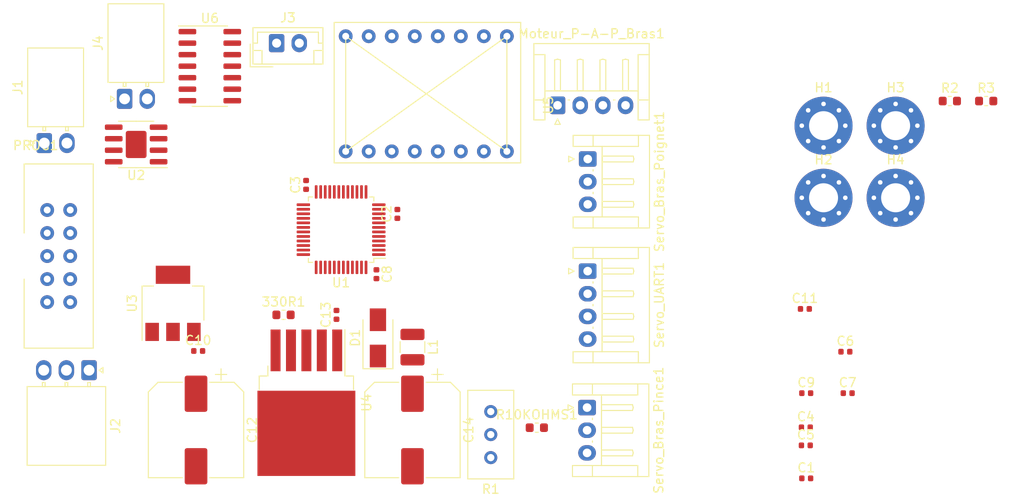
<source format=kicad_pcb>
(kicad_pcb (version 20171130) (host pcbnew "(5.1.5)-3")

  (general
    (thickness 1.6)
    (drawings 0)
    (tracks 0)
    (zones 0)
    (modules 40)
    (nets 70)
  )

  (page A4)
  (layers
    (0 F.Cu signal)
    (31 B.Cu signal)
    (32 B.Adhes user)
    (33 F.Adhes user)
    (34 B.Paste user)
    (35 F.Paste user)
    (36 B.SilkS user)
    (37 F.SilkS user)
    (38 B.Mask user)
    (39 F.Mask user)
    (40 Dwgs.User user)
    (41 Cmts.User user)
    (42 Eco1.User user)
    (43 Eco2.User user)
    (44 Edge.Cuts user)
    (45 Margin user)
    (46 B.CrtYd user)
    (47 F.CrtYd user)
    (48 B.Fab user)
    (49 F.Fab user)
  )

  (setup
    (last_trace_width 0.25)
    (user_trace_width 0.2)
    (user_trace_width 0.25)
    (user_trace_width 0.3)
    (user_trace_width 0.4)
    (user_trace_width 0.5)
    (user_trace_width 0.6)
    (trace_clearance 0.2)
    (zone_clearance 0.508)
    (zone_45_only no)
    (trace_min 0.2)
    (via_size 0.8)
    (via_drill 0.4)
    (via_min_size 0.4)
    (via_min_drill 0.3)
    (uvia_size 0.3)
    (uvia_drill 0.1)
    (uvias_allowed no)
    (uvia_min_size 0.2)
    (uvia_min_drill 0.1)
    (edge_width 0.05)
    (segment_width 0.2)
    (pcb_text_width 0.3)
    (pcb_text_size 1.5 1.5)
    (mod_edge_width 0.12)
    (mod_text_size 1 1)
    (mod_text_width 0.15)
    (pad_size 1.524 1.524)
    (pad_drill 0.762)
    (pad_to_mask_clearance 0.051)
    (solder_mask_min_width 0.25)
    (aux_axis_origin 0 0)
    (visible_elements 7FFFFFFF)
    (pcbplotparams
      (layerselection 0x010fc_ffffffff)
      (usegerberextensions false)
      (usegerberattributes false)
      (usegerberadvancedattributes false)
      (creategerberjobfile false)
      (excludeedgelayer true)
      (linewidth 0.100000)
      (plotframeref false)
      (viasonmask false)
      (mode 1)
      (useauxorigin false)
      (hpglpennumber 1)
      (hpglpenspeed 20)
      (hpglpendiameter 15.000000)
      (psnegative false)
      (psa4output false)
      (plotreference true)
      (plotvalue true)
      (plotinvisibletext false)
      (padsonsilk false)
      (subtractmaskfromsilk false)
      (outputformat 1)
      (mirror false)
      (drillshape 1)
      (scaleselection 1)
      (outputdirectory ""))
  )

  (net 0 "")
  (net 1 GND)
  (net 2 +3V3)
  (net 3 +5V)
  (net 4 +12V)
  (net 5 Fin_De_Course_Bras)
  (net 6 SWO)
  (net 7 NRST)
  (net 8 SWDIO)
  (net 9 SWCLK)
  (net 10 M1B_Bras)
  (net 11 M1A_Bras)
  (net 12 M2A_Bras)
  (net 13 M2B_Bras)
  (net 14 PWM_Pince_Bras)
  (net 15 PWM_Poignet_Bras)
  (net 16 TX_Bus_UART_Coude)
  (net 17 RX_Bus_UART_Coude)
  (net 18 "Net-(U1-Pad46)")
  (net 19 "Net-(U1-Pad45)")
  (net 20 "Net-(U1-Pad44)")
  (net 21 "Net-(U1-Pad43)")
  (net 22 "Net-(U1-Pad42)")
  (net 23 "Net-(U1-Pad41)")
  (net 24 "Net-(U1-Pad40)")
  (net 25 "Net-(U1-Pad39)")
  (net 26 CAN_TX)
  (net 27 CAN_RX)
  (net 28 "Net-(U1-Pad31)")
  (net 29 "Net-(U1-Pad30)")
  (net 30 STEP_Moteur_P-A-P_Bras)
  (net 31 "Net-(U1-Pad28)")
  (net 32 "Net-(U1-Pad26)")
  (net 33 "Net-(U1-Pad25)")
  (net 34 "Net-(U1-Pad22)")
  (net 35 "Net-(U1-Pad21)")
  (net 36 DIR_Moteur_P-A-P_Bras)
  (net 37 "Net-(U1-Pad19)")
  (net 38 "Net-(U1-Pad18)")
  (net 39 "Net-(U1-Pad17)")
  (net 40 "Net-(U1-Pad15)")
  (net 41 "Net-(U1-Pad14)")
  (net 42 "Net-(U1-Pad11)")
  (net 43 "Net-(U1-Pad6)")
  (net 44 "Net-(U1-Pad5)")
  (net 45 "Net-(U1-Pad4)")
  (net 46 "Net-(U1-Pad3)")
  (net 47 "Net-(U1-Pad2)")
  (net 48 "Net-(U2-Pad8)")
  (net 49 "Net-(U2-Pad5)")
  (net 50 H2)
  (net 51 CLK)
  (net 52 "Net-(U5-Pad13)")
  (net 53 "Net-(U5-Pad14)")
  (net 54 "Net-(U5-Pad15)")
  (net 55 H6)
  (net 56 "Net-(U6-Pad11)")
  (net 57 "Net-(U6-Pad10)")
  (net 58 "Net-(U6-Pad9)")
  (net 59 "Net-(U6-Pad6)")
  (net 60 "Net-(U6-Pad5)")
  (net 61 "Net-(U6-Pad4)")
  (net 62 "Net-(PROG1-Pad8)")
  (net 63 "Net-(PROG1-Pad7)")
  (net 64 "Net-(C1-Pad1)")
  (net 65 "Net-(330R1-Pad2)")
  (net 66 +V_ADJ)
  (net 67 "Net-(D1-Pad1)")
  (net 68 CAN_L)
  (net 69 CAN_H)

  (net_class Default "Ceci est la Netclass par défaut."
    (clearance 0.2)
    (trace_width 0.25)
    (via_dia 0.8)
    (via_drill 0.4)
    (uvia_dia 0.3)
    (uvia_drill 0.1)
    (add_net +12V)
    (add_net +3V3)
    (add_net +5V)
    (add_net +V_ADJ)
    (add_net CAN_H)
    (add_net CAN_L)
    (add_net CAN_RX)
    (add_net CAN_TX)
    (add_net CLK)
    (add_net DIR_Moteur_P-A-P_Bras)
    (add_net Fin_De_Course_Bras)
    (add_net GND)
    (add_net H2)
    (add_net H6)
    (add_net M1A_Bras)
    (add_net M1B_Bras)
    (add_net M2A_Bras)
    (add_net M2B_Bras)
    (add_net NRST)
    (add_net "Net-(330R1-Pad2)")
    (add_net "Net-(C1-Pad1)")
    (add_net "Net-(D1-Pad1)")
    (add_net "Net-(PROG1-Pad7)")
    (add_net "Net-(PROG1-Pad8)")
    (add_net "Net-(U1-Pad11)")
    (add_net "Net-(U1-Pad14)")
    (add_net "Net-(U1-Pad15)")
    (add_net "Net-(U1-Pad17)")
    (add_net "Net-(U1-Pad18)")
    (add_net "Net-(U1-Pad19)")
    (add_net "Net-(U1-Pad2)")
    (add_net "Net-(U1-Pad21)")
    (add_net "Net-(U1-Pad22)")
    (add_net "Net-(U1-Pad25)")
    (add_net "Net-(U1-Pad26)")
    (add_net "Net-(U1-Pad28)")
    (add_net "Net-(U1-Pad3)")
    (add_net "Net-(U1-Pad30)")
    (add_net "Net-(U1-Pad31)")
    (add_net "Net-(U1-Pad39)")
    (add_net "Net-(U1-Pad4)")
    (add_net "Net-(U1-Pad40)")
    (add_net "Net-(U1-Pad41)")
    (add_net "Net-(U1-Pad42)")
    (add_net "Net-(U1-Pad43)")
    (add_net "Net-(U1-Pad44)")
    (add_net "Net-(U1-Pad45)")
    (add_net "Net-(U1-Pad46)")
    (add_net "Net-(U1-Pad5)")
    (add_net "Net-(U1-Pad6)")
    (add_net "Net-(U2-Pad5)")
    (add_net "Net-(U2-Pad8)")
    (add_net "Net-(U5-Pad13)")
    (add_net "Net-(U5-Pad14)")
    (add_net "Net-(U5-Pad15)")
    (add_net "Net-(U6-Pad10)")
    (add_net "Net-(U6-Pad11)")
    (add_net "Net-(U6-Pad4)")
    (add_net "Net-(U6-Pad5)")
    (add_net "Net-(U6-Pad6)")
    (add_net "Net-(U6-Pad9)")
    (add_net PWM_Pince_Bras)
    (add_net PWM_Poignet_Bras)
    (add_net RX_Bus_UART_Coude)
    (add_net STEP_Moteur_P-A-P_Bras)
    (add_net SWCLK)
    (add_net SWDIO)
    (add_net SWO)
    (add_net TX_Bus_UART_Coude)
  )

  (module Resistor_SMD:R_0603_1608Metric (layer F.Cu) (tedit 5B301BBD) (tstamp 5EEC696C)
    (at 135.42 32.04)
    (descr "Resistor SMD 0603 (1608 Metric), square (rectangular) end terminal, IPC_7351 nominal, (Body size source: http://www.tortai-tech.com/upload/download/2011102023233369053.pdf), generated with kicad-footprint-generator")
    (tags resistor)
    (path /5EECC01A)
    (attr smd)
    (fp_text reference R3 (at 0 -1.43) (layer F.SilkS)
      (effects (font (size 1 1) (thickness 0.15)))
    )
    (fp_text value R10KOHMS (at 0 1.43) (layer F.Fab)
      (effects (font (size 1 1) (thickness 0.15)))
    )
    (fp_text user %R (at 0 0) (layer F.Fab)
      (effects (font (size 0.4 0.4) (thickness 0.06)))
    )
    (fp_line (start 1.48 0.73) (end -1.48 0.73) (layer F.CrtYd) (width 0.05))
    (fp_line (start 1.48 -0.73) (end 1.48 0.73) (layer F.CrtYd) (width 0.05))
    (fp_line (start -1.48 -0.73) (end 1.48 -0.73) (layer F.CrtYd) (width 0.05))
    (fp_line (start -1.48 0.73) (end -1.48 -0.73) (layer F.CrtYd) (width 0.05))
    (fp_line (start -0.162779 0.51) (end 0.162779 0.51) (layer F.SilkS) (width 0.12))
    (fp_line (start -0.162779 -0.51) (end 0.162779 -0.51) (layer F.SilkS) (width 0.12))
    (fp_line (start 0.8 0.4) (end -0.8 0.4) (layer F.Fab) (width 0.1))
    (fp_line (start 0.8 -0.4) (end 0.8 0.4) (layer F.Fab) (width 0.1))
    (fp_line (start -0.8 -0.4) (end 0.8 -0.4) (layer F.Fab) (width 0.1))
    (fp_line (start -0.8 0.4) (end -0.8 -0.4) (layer F.Fab) (width 0.1))
    (pad 2 smd roundrect (at 0.7875 0) (size 0.875 0.95) (layers F.Cu F.Paste F.Mask) (roundrect_rratio 0.25)
      (net 1 GND))
    (pad 1 smd roundrect (at -0.7875 0) (size 0.875 0.95) (layers F.Cu F.Paste F.Mask) (roundrect_rratio 0.25)
      (net 9 SWCLK))
    (model ${KISYS3DMOD}/Resistor_SMD.3dshapes/R_0603_1608Metric.wrl
      (at (xyz 0 0 0))
      (scale (xyz 1 1 1))
      (rotate (xyz 0 0 0))
    )
  )

  (module Resistor_SMD:R_0603_1608Metric (layer F.Cu) (tedit 5B301BBD) (tstamp 5EEC695B)
    (at 131.41 32.04)
    (descr "Resistor SMD 0603 (1608 Metric), square (rectangular) end terminal, IPC_7351 nominal, (Body size source: http://www.tortai-tech.com/upload/download/2011102023233369053.pdf), generated with kicad-footprint-generator")
    (tags resistor)
    (path /5EEC91D6)
    (attr smd)
    (fp_text reference R2 (at 0 -1.43) (layer F.SilkS)
      (effects (font (size 1 1) (thickness 0.15)))
    )
    (fp_text value R10KOHMS (at 0 1.43) (layer F.Fab)
      (effects (font (size 1 1) (thickness 0.15)))
    )
    (fp_text user %R (at 0 0) (layer F.Fab)
      (effects (font (size 0.4 0.4) (thickness 0.06)))
    )
    (fp_line (start 1.48 0.73) (end -1.48 0.73) (layer F.CrtYd) (width 0.05))
    (fp_line (start 1.48 -0.73) (end 1.48 0.73) (layer F.CrtYd) (width 0.05))
    (fp_line (start -1.48 -0.73) (end 1.48 -0.73) (layer F.CrtYd) (width 0.05))
    (fp_line (start -1.48 0.73) (end -1.48 -0.73) (layer F.CrtYd) (width 0.05))
    (fp_line (start -0.162779 0.51) (end 0.162779 0.51) (layer F.SilkS) (width 0.12))
    (fp_line (start -0.162779 -0.51) (end 0.162779 -0.51) (layer F.SilkS) (width 0.12))
    (fp_line (start 0.8 0.4) (end -0.8 0.4) (layer F.Fab) (width 0.1))
    (fp_line (start 0.8 -0.4) (end 0.8 0.4) (layer F.Fab) (width 0.1))
    (fp_line (start -0.8 -0.4) (end 0.8 -0.4) (layer F.Fab) (width 0.1))
    (fp_line (start -0.8 0.4) (end -0.8 -0.4) (layer F.Fab) (width 0.1))
    (pad 2 smd roundrect (at 0.7875 0) (size 0.875 0.95) (layers F.Cu F.Paste F.Mask) (roundrect_rratio 0.25)
      (net 8 SWDIO))
    (pad 1 smd roundrect (at -0.7875 0) (size 0.875 0.95) (layers F.Cu F.Paste F.Mask) (roundrect_rratio 0.25)
      (net 2 +3V3))
    (model ${KISYS3DMOD}/Resistor_SMD.3dshapes/R_0603_1608Metric.wrl
      (at (xyz 0 0 0))
      (scale (xyz 1 1 1))
      (rotate (xyz 0 0 0))
    )
  )

  (module MountingHole:MountingHole_3.2mm_M3_Pad_Via (layer F.Cu) (tedit 56DDBCCA) (tstamp 5EEC6748)
    (at 125.43 42.71)
    (descr "Mounting Hole 3.2mm, M3")
    (tags "mounting hole 3.2mm m3")
    (path /5EECFE28)
    (attr virtual)
    (fp_text reference H4 (at 0 -4.2) (layer F.SilkS)
      (effects (font (size 1 1) (thickness 0.15)))
    )
    (fp_text value MountingHole_Pad (at 0 4.2) (layer F.Fab)
      (effects (font (size 1 1) (thickness 0.15)))
    )
    (fp_circle (center 0 0) (end 3.45 0) (layer F.CrtYd) (width 0.05))
    (fp_circle (center 0 0) (end 3.2 0) (layer Cmts.User) (width 0.15))
    (fp_text user %R (at 0.3 0) (layer F.Fab)
      (effects (font (size 1 1) (thickness 0.15)))
    )
    (pad 1 thru_hole circle (at 1.697056 -1.697056) (size 0.8 0.8) (drill 0.5) (layers *.Cu *.Mask)
      (net 1 GND))
    (pad 1 thru_hole circle (at 0 -2.4) (size 0.8 0.8) (drill 0.5) (layers *.Cu *.Mask)
      (net 1 GND))
    (pad 1 thru_hole circle (at -1.697056 -1.697056) (size 0.8 0.8) (drill 0.5) (layers *.Cu *.Mask)
      (net 1 GND))
    (pad 1 thru_hole circle (at -2.4 0) (size 0.8 0.8) (drill 0.5) (layers *.Cu *.Mask)
      (net 1 GND))
    (pad 1 thru_hole circle (at -1.697056 1.697056) (size 0.8 0.8) (drill 0.5) (layers *.Cu *.Mask)
      (net 1 GND))
    (pad 1 thru_hole circle (at 0 2.4) (size 0.8 0.8) (drill 0.5) (layers *.Cu *.Mask)
      (net 1 GND))
    (pad 1 thru_hole circle (at 1.697056 1.697056) (size 0.8 0.8) (drill 0.5) (layers *.Cu *.Mask)
      (net 1 GND))
    (pad 1 thru_hole circle (at 2.4 0) (size 0.8 0.8) (drill 0.5) (layers *.Cu *.Mask)
      (net 1 GND))
    (pad 1 thru_hole circle (at 0 0) (size 6.4 6.4) (drill 3.2) (layers *.Cu *.Mask)
      (net 1 GND))
  )

  (module MountingHole:MountingHole_3.2mm_M3_Pad_Via (layer F.Cu) (tedit 56DDBCCA) (tstamp 5EEC6738)
    (at 125.43 34.76)
    (descr "Mounting Hole 3.2mm, M3")
    (tags "mounting hole 3.2mm m3")
    (path /5EECFE34)
    (attr virtual)
    (fp_text reference H3 (at 0 -4.2) (layer F.SilkS)
      (effects (font (size 1 1) (thickness 0.15)))
    )
    (fp_text value MountingHole_Pad (at 0 4.2) (layer F.Fab)
      (effects (font (size 1 1) (thickness 0.15)))
    )
    (fp_circle (center 0 0) (end 3.45 0) (layer F.CrtYd) (width 0.05))
    (fp_circle (center 0 0) (end 3.2 0) (layer Cmts.User) (width 0.15))
    (fp_text user %R (at 0.3 0) (layer F.Fab)
      (effects (font (size 1 1) (thickness 0.15)))
    )
    (pad 1 thru_hole circle (at 1.697056 -1.697056) (size 0.8 0.8) (drill 0.5) (layers *.Cu *.Mask)
      (net 1 GND))
    (pad 1 thru_hole circle (at 0 -2.4) (size 0.8 0.8) (drill 0.5) (layers *.Cu *.Mask)
      (net 1 GND))
    (pad 1 thru_hole circle (at -1.697056 -1.697056) (size 0.8 0.8) (drill 0.5) (layers *.Cu *.Mask)
      (net 1 GND))
    (pad 1 thru_hole circle (at -2.4 0) (size 0.8 0.8) (drill 0.5) (layers *.Cu *.Mask)
      (net 1 GND))
    (pad 1 thru_hole circle (at -1.697056 1.697056) (size 0.8 0.8) (drill 0.5) (layers *.Cu *.Mask)
      (net 1 GND))
    (pad 1 thru_hole circle (at 0 2.4) (size 0.8 0.8) (drill 0.5) (layers *.Cu *.Mask)
      (net 1 GND))
    (pad 1 thru_hole circle (at 1.697056 1.697056) (size 0.8 0.8) (drill 0.5) (layers *.Cu *.Mask)
      (net 1 GND))
    (pad 1 thru_hole circle (at 2.4 0) (size 0.8 0.8) (drill 0.5) (layers *.Cu *.Mask)
      (net 1 GND))
    (pad 1 thru_hole circle (at 0 0) (size 6.4 6.4) (drill 3.2) (layers *.Cu *.Mask)
      (net 1 GND))
  )

  (module MountingHole:MountingHole_3.2mm_M3_Pad_Via (layer F.Cu) (tedit 56DDBCCA) (tstamp 5EEC6728)
    (at 117.48 42.71)
    (descr "Mounting Hole 3.2mm, M3")
    (tags "mounting hole 3.2mm m3")
    (path /5EEC6A51)
    (attr virtual)
    (fp_text reference H2 (at 0 -4.2) (layer F.SilkS)
      (effects (font (size 1 1) (thickness 0.15)))
    )
    (fp_text value MountingHole_Pad (at 0 4.2) (layer F.Fab)
      (effects (font (size 1 1) (thickness 0.15)))
    )
    (fp_circle (center 0 0) (end 3.45 0) (layer F.CrtYd) (width 0.05))
    (fp_circle (center 0 0) (end 3.2 0) (layer Cmts.User) (width 0.15))
    (fp_text user %R (at 0.3 0) (layer F.Fab)
      (effects (font (size 1 1) (thickness 0.15)))
    )
    (pad 1 thru_hole circle (at 1.697056 -1.697056) (size 0.8 0.8) (drill 0.5) (layers *.Cu *.Mask)
      (net 1 GND))
    (pad 1 thru_hole circle (at 0 -2.4) (size 0.8 0.8) (drill 0.5) (layers *.Cu *.Mask)
      (net 1 GND))
    (pad 1 thru_hole circle (at -1.697056 -1.697056) (size 0.8 0.8) (drill 0.5) (layers *.Cu *.Mask)
      (net 1 GND))
    (pad 1 thru_hole circle (at -2.4 0) (size 0.8 0.8) (drill 0.5) (layers *.Cu *.Mask)
      (net 1 GND))
    (pad 1 thru_hole circle (at -1.697056 1.697056) (size 0.8 0.8) (drill 0.5) (layers *.Cu *.Mask)
      (net 1 GND))
    (pad 1 thru_hole circle (at 0 2.4) (size 0.8 0.8) (drill 0.5) (layers *.Cu *.Mask)
      (net 1 GND))
    (pad 1 thru_hole circle (at 1.697056 1.697056) (size 0.8 0.8) (drill 0.5) (layers *.Cu *.Mask)
      (net 1 GND))
    (pad 1 thru_hole circle (at 2.4 0) (size 0.8 0.8) (drill 0.5) (layers *.Cu *.Mask)
      (net 1 GND))
    (pad 1 thru_hole circle (at 0 0) (size 6.4 6.4) (drill 3.2) (layers *.Cu *.Mask)
      (net 1 GND))
  )

  (module MountingHole:MountingHole_3.2mm_M3_Pad_Via (layer F.Cu) (tedit 56DDBCCA) (tstamp 5EEC6718)
    (at 117.48 34.76)
    (descr "Mounting Hole 3.2mm, M3")
    (tags "mounting hole 3.2mm m3")
    (path /5EECABBC)
    (attr virtual)
    (fp_text reference H1 (at 0 -4.2) (layer F.SilkS)
      (effects (font (size 1 1) (thickness 0.15)))
    )
    (fp_text value MountingHole_Pad (at 0 4.2) (layer F.Fab)
      (effects (font (size 1 1) (thickness 0.15)))
    )
    (fp_circle (center 0 0) (end 3.45 0) (layer F.CrtYd) (width 0.05))
    (fp_circle (center 0 0) (end 3.2 0) (layer Cmts.User) (width 0.15))
    (fp_text user %R (at 0.3 0) (layer F.Fab)
      (effects (font (size 1 1) (thickness 0.15)))
    )
    (pad 1 thru_hole circle (at 1.697056 -1.697056) (size 0.8 0.8) (drill 0.5) (layers *.Cu *.Mask)
      (net 1 GND))
    (pad 1 thru_hole circle (at 0 -2.4) (size 0.8 0.8) (drill 0.5) (layers *.Cu *.Mask)
      (net 1 GND))
    (pad 1 thru_hole circle (at -1.697056 -1.697056) (size 0.8 0.8) (drill 0.5) (layers *.Cu *.Mask)
      (net 1 GND))
    (pad 1 thru_hole circle (at -2.4 0) (size 0.8 0.8) (drill 0.5) (layers *.Cu *.Mask)
      (net 1 GND))
    (pad 1 thru_hole circle (at -1.697056 1.697056) (size 0.8 0.8) (drill 0.5) (layers *.Cu *.Mask)
      (net 1 GND))
    (pad 1 thru_hole circle (at 0 2.4) (size 0.8 0.8) (drill 0.5) (layers *.Cu *.Mask)
      (net 1 GND))
    (pad 1 thru_hole circle (at 1.697056 1.697056) (size 0.8 0.8) (drill 0.5) (layers *.Cu *.Mask)
      (net 1 GND))
    (pad 1 thru_hole circle (at 2.4 0) (size 0.8 0.8) (drill 0.5) (layers *.Cu *.Mask)
      (net 1 GND))
    (pad 1 thru_hole circle (at 0 0) (size 6.4 6.4) (drill 3.2) (layers *.Cu *.Mask)
      (net 1 GND))
  )

  (module Connector_JST:JST_EH_S4B-EH_1x04_P2.50mm_Horizontal (layer F.Cu) (tedit 5C281425) (tstamp 5EEC019A)
    (at 91.46 50.8 270)
    (descr "JST EH series connector, S4B-EH (http://www.jst-mfg.com/product/pdf/eng/eEH.pdf), generated with kicad-footprint-generator")
    (tags "connector JST EH horizontal")
    (path /5EF136ED)
    (fp_text reference Servo_UART1 (at 3.75 -7.9 90) (layer F.SilkS)
      (effects (font (size 1 1) (thickness 0.15)))
    )
    (fp_text value Conn_01x04_Female (at 3.75 2.7 90) (layer F.Fab)
      (effects (font (size 1 1) (thickness 0.15)))
    )
    (fp_text user %R (at 3.75 -2.6 90) (layer F.Fab)
      (effects (font (size 1 1) (thickness 0.15)))
    )
    (fp_line (start 0 -1.407107) (end 0.5 -0.7) (layer F.Fab) (width 0.1))
    (fp_line (start -0.5 -0.7) (end 0 -1.407107) (layer F.Fab) (width 0.1))
    (fp_line (start 0.3 2.1) (end 0 1.5) (layer F.SilkS) (width 0.12))
    (fp_line (start -0.3 2.1) (end 0.3 2.1) (layer F.SilkS) (width 0.12))
    (fp_line (start 0 1.5) (end -0.3 2.1) (layer F.SilkS) (width 0.12))
    (fp_line (start 7.82 -1.59) (end 7.5 -1.59) (layer F.SilkS) (width 0.12))
    (fp_line (start 7.82 -5.01) (end 7.82 -1.59) (layer F.SilkS) (width 0.12))
    (fp_line (start 7.5 -5.09) (end 7.82 -5.01) (layer F.SilkS) (width 0.12))
    (fp_line (start 7.18 -5.01) (end 7.5 -5.09) (layer F.SilkS) (width 0.12))
    (fp_line (start 7.18 -1.59) (end 7.18 -5.01) (layer F.SilkS) (width 0.12))
    (fp_line (start 7.5 -1.59) (end 7.18 -1.59) (layer F.SilkS) (width 0.12))
    (fp_line (start 6.17 -0.59) (end 6.33 -0.59) (layer F.SilkS) (width 0.12))
    (fp_line (start 5.32 -1.59) (end 5 -1.59) (layer F.SilkS) (width 0.12))
    (fp_line (start 5.32 -5.01) (end 5.32 -1.59) (layer F.SilkS) (width 0.12))
    (fp_line (start 5 -5.09) (end 5.32 -5.01) (layer F.SilkS) (width 0.12))
    (fp_line (start 4.68 -5.01) (end 5 -5.09) (layer F.SilkS) (width 0.12))
    (fp_line (start 4.68 -1.59) (end 4.68 -5.01) (layer F.SilkS) (width 0.12))
    (fp_line (start 5 -1.59) (end 4.68 -1.59) (layer F.SilkS) (width 0.12))
    (fp_line (start 3.67 -0.59) (end 3.83 -0.59) (layer F.SilkS) (width 0.12))
    (fp_line (start 2.82 -1.59) (end 2.5 -1.59) (layer F.SilkS) (width 0.12))
    (fp_line (start 2.82 -5.01) (end 2.82 -1.59) (layer F.SilkS) (width 0.12))
    (fp_line (start 2.5 -5.09) (end 2.82 -5.01) (layer F.SilkS) (width 0.12))
    (fp_line (start 2.18 -5.01) (end 2.5 -5.09) (layer F.SilkS) (width 0.12))
    (fp_line (start 2.18 -1.59) (end 2.18 -5.01) (layer F.SilkS) (width 0.12))
    (fp_line (start 2.5 -1.59) (end 2.18 -1.59) (layer F.SilkS) (width 0.12))
    (fp_line (start 1.17 -0.59) (end 1.33 -0.59) (layer F.SilkS) (width 0.12))
    (fp_line (start 0.32 -1.59) (end 0 -1.59) (layer F.SilkS) (width 0.12))
    (fp_line (start 0.32 -5.01) (end 0.32 -1.59) (layer F.SilkS) (width 0.12))
    (fp_line (start 0 -5.09) (end 0.32 -5.01) (layer F.SilkS) (width 0.12))
    (fp_line (start -0.32 -5.01) (end 0 -5.09) (layer F.SilkS) (width 0.12))
    (fp_line (start -0.32 -1.59) (end -0.32 -5.01) (layer F.SilkS) (width 0.12))
    (fp_line (start 0 -1.59) (end -0.32 -1.59) (layer F.SilkS) (width 0.12))
    (fp_line (start -1.39 -1.59) (end 8.89 -1.59) (layer F.SilkS) (width 0.12))
    (fp_line (start 8.89 -0.59) (end 10.11 -0.59) (layer F.SilkS) (width 0.12))
    (fp_line (start 8.89 -5.59) (end 8.89 -0.59) (layer F.SilkS) (width 0.12))
    (fp_line (start 10.11 -5.59) (end 8.89 -5.59) (layer F.SilkS) (width 0.12))
    (fp_line (start -1.39 -0.59) (end -2.61 -0.59) (layer F.SilkS) (width 0.12))
    (fp_line (start -1.39 -5.59) (end -1.39 -0.59) (layer F.SilkS) (width 0.12))
    (fp_line (start -2.61 -5.59) (end -1.39 -5.59) (layer F.SilkS) (width 0.12))
    (fp_line (start 8.89 1.61) (end 8.89 -0.59) (layer F.SilkS) (width 0.12))
    (fp_line (start 10.11 1.61) (end 8.89 1.61) (layer F.SilkS) (width 0.12))
    (fp_line (start 10.11 -6.81) (end 10.11 1.61) (layer F.SilkS) (width 0.12))
    (fp_line (start -2.61 -6.81) (end 10.11 -6.81) (layer F.SilkS) (width 0.12))
    (fp_line (start -2.61 1.61) (end -2.61 -6.81) (layer F.SilkS) (width 0.12))
    (fp_line (start -1.39 1.61) (end -2.61 1.61) (layer F.SilkS) (width 0.12))
    (fp_line (start -1.39 -0.59) (end -1.39 1.61) (layer F.SilkS) (width 0.12))
    (fp_line (start 10.5 -7.2) (end -3 -7.2) (layer F.CrtYd) (width 0.05))
    (fp_line (start 10.5 2) (end 10.5 -7.2) (layer F.CrtYd) (width 0.05))
    (fp_line (start -3 2) (end 10.5 2) (layer F.CrtYd) (width 0.05))
    (fp_line (start -3 -7.2) (end -3 2) (layer F.CrtYd) (width 0.05))
    (fp_line (start 9 -0.7) (end -1.5 -0.7) (layer F.Fab) (width 0.1))
    (fp_line (start 9 1.5) (end 9 -0.7) (layer F.Fab) (width 0.1))
    (fp_line (start 10 1.5) (end 9 1.5) (layer F.Fab) (width 0.1))
    (fp_line (start 10 -6.7) (end 10 1.5) (layer F.Fab) (width 0.1))
    (fp_line (start -2.5 -6.7) (end 10 -6.7) (layer F.Fab) (width 0.1))
    (fp_line (start -2.5 1.5) (end -2.5 -6.7) (layer F.Fab) (width 0.1))
    (fp_line (start -1.5 1.5) (end -2.5 1.5) (layer F.Fab) (width 0.1))
    (fp_line (start -1.5 -0.7) (end -1.5 1.5) (layer F.Fab) (width 0.1))
    (pad 4 thru_hole oval (at 7.5 0 270) (size 1.7 1.95) (drill 0.95) (layers *.Cu *.Mask)
      (net 16 TX_Bus_UART_Coude))
    (pad 3 thru_hole oval (at 5 0 270) (size 1.7 1.95) (drill 0.95) (layers *.Cu *.Mask)
      (net 17 RX_Bus_UART_Coude))
    (pad 2 thru_hole oval (at 2.5 0 270) (size 1.7 1.95) (drill 0.95) (layers *.Cu *.Mask)
      (net 66 +V_ADJ))
    (pad 1 thru_hole roundrect (at 0 0 270) (size 1.7 1.95) (drill 0.95) (layers *.Cu *.Mask) (roundrect_rratio 0.147059)
      (net 1 GND))
    (model ${KISYS3DMOD}/Connector_JST.3dshapes/JST_EH_S4B-EH_1x04_P2.50mm_Horizontal.wrl
      (at (xyz 0 0 0))
      (scale (xyz 1 1 1))
      (rotate (xyz 0 0 0))
    )
  )

  (module Connector_Molex:Molex_Nano-Fit_105313-xx02_1x02_P2.50mm_Horizontal (layer F.Cu) (tedit 5B782416) (tstamp 5ECABB1F)
    (at 40.38 31.8 90)
    (descr "Molex Nano-Fit Power Connectors, 105313-xx02, 2 Pins per row (http://www.molex.com/pdm_docs/sd/1053131208_sd.pdf), generated with kicad-footprint-generator")
    (tags "connector Molex Nano-Fit top entry")
    (path /5ECAF66D)
    (fp_text reference J4 (at 6.15 -2.92 90) (layer F.SilkS)
      (effects (font (size 1 1) (thickness 0.15)))
    )
    (fp_text value Bus_CAN (at 6.15 5.42 90) (layer F.Fab)
      (effects (font (size 1 1) (thickness 0.15)))
    )
    (fp_text user %R (at 6.15 3.52 90) (layer F.Fab)
      (effects (font (size 1 1) (thickness 0.15)))
    )
    (fp_line (start 10.88 -2.22) (end -1.6 -2.22) (layer F.CrtYd) (width 0.05))
    (fp_line (start 10.88 4.72) (end 10.88 -2.22) (layer F.CrtYd) (width 0.05))
    (fp_line (start -1.6 4.72) (end 10.88 4.72) (layer F.CrtYd) (width 0.05))
    (fp_line (start -1.6 -2.22) (end -1.6 4.72) (layer F.CrtYd) (width 0.05))
    (fp_line (start -0.3 -1.534264) (end 0 -1.11) (layer F.Fab) (width 0.1))
    (fp_line (start 0.3 -1.534264) (end -0.3 -1.534264) (layer F.Fab) (width 0.1))
    (fp_line (start 0 -1.11) (end 0.3 -1.534264) (layer F.Fab) (width 0.1))
    (fp_line (start -0.3 -1.534264) (end 0 -1.11) (layer F.SilkS) (width 0.12))
    (fp_line (start 0.3 -1.534264) (end -0.3 -1.534264) (layer F.SilkS) (width 0.12))
    (fp_line (start 0 -1.11) (end 0.3 -1.534264) (layer F.SilkS) (width 0.12))
    (fp_line (start 1.36 2.65) (end 1.81 2.65) (layer F.SilkS) (width 0.12))
    (fp_line (start 1.36 2.35) (end 1.36 2.65) (layer F.SilkS) (width 0.12))
    (fp_line (start 1.81 2.35) (end 1.36 2.35) (layer F.SilkS) (width 0.12))
    (fp_line (start 1.81 2.65) (end 1.81 2.35) (layer F.SilkS) (width 0.12))
    (fp_line (start 1.36 0.15) (end 1.81 0.15) (layer F.SilkS) (width 0.12))
    (fp_line (start 1.36 -0.15) (end 1.36 0.15) (layer F.SilkS) (width 0.12))
    (fp_line (start 1.81 -0.15) (end 1.36 -0.15) (layer F.SilkS) (width 0.12))
    (fp_line (start 1.81 0.15) (end 1.81 -0.15) (layer F.SilkS) (width 0.12))
    (fp_line (start 10.49 -1.83) (end 1.81 -1.83) (layer F.SilkS) (width 0.12))
    (fp_line (start 10.49 4.33) (end 10.49 -1.83) (layer F.SilkS) (width 0.12))
    (fp_line (start 1.81 4.33) (end 10.49 4.33) (layer F.SilkS) (width 0.12))
    (fp_line (start 1.81 -1.83) (end 1.81 4.33) (layer F.SilkS) (width 0.12))
    (fp_line (start 10.38 -1.72) (end 1.92 -1.72) (layer F.Fab) (width 0.1))
    (fp_line (start 10.38 4.22) (end 10.38 -1.72) (layer F.Fab) (width 0.1))
    (fp_line (start 1.92 4.22) (end 10.38 4.22) (layer F.Fab) (width 0.1))
    (fp_line (start 1.92 -1.72) (end 1.92 4.22) (layer F.Fab) (width 0.1))
    (pad "" np_thru_hole circle (at 7.18 2.5 90) (size 1.7 1.7) (drill 1.7) (layers *.Cu *.Mask))
    (pad "" np_thru_hole circle (at 7.18 0 90) (size 1.7 1.7) (drill 1.7) (layers *.Cu *.Mask))
    (pad 2 thru_hole oval (at 0 2.5 90) (size 2.2 1.7) (drill 1.2) (layers *.Cu *.Mask)
      (net 68 CAN_L))
    (pad 1 thru_hole roundrect (at 0 0 90) (size 2.2 1.7) (drill 1.2) (layers *.Cu *.Mask) (roundrect_rratio 0.147059)
      (net 69 CAN_H))
    (model ${KISYS3DMOD}/Connector_Molex.3dshapes/Molex_Nano-Fit_105313-xx02_1x02_P2.50mm_Horizontal.wrl
      (at (xyz 0 0 0))
      (scale (xyz 1 1 1))
      (rotate (xyz 0 0 0))
    )
  )

  (module Potentiometer_THT:Potentiometer_Bourns_3386C_Horizontal (layer F.Cu) (tedit 5AA07388) (tstamp 5EA8EC9A)
    (at 80.772 71.374 180)
    (descr "Potentiometer, horizontal, Bourns 3386C, https://www.bourns.com/pdfs/3386.pdf")
    (tags "Potentiometer horizontal Bourns 3386C")
    (path /5EA9E62D)
    (fp_text reference R1 (at 0 -3.475) (layer F.SilkS)
      (effects (font (size 1 1) (thickness 0.15)))
    )
    (fp_text value R_Variable (at 0 8.555) (layer F.Fab)
      (effects (font (size 1 1) (thickness 0.15)))
    )
    (fp_text user %R (at 0 2.54) (layer F.Fab)
      (effects (font (size 1 1) (thickness 0.15)))
    )
    (fp_line (start 2.67 -2.48) (end -2.67 -2.48) (layer F.CrtYd) (width 0.05))
    (fp_line (start 2.67 7.56) (end 2.67 -2.48) (layer F.CrtYd) (width 0.05))
    (fp_line (start -2.67 7.56) (end 2.67 7.56) (layer F.CrtYd) (width 0.05))
    (fp_line (start -2.67 -2.48) (end -2.67 7.56) (layer F.CrtYd) (width 0.05))
    (fp_line (start -2.535 -2.345) (end -2.535 7.425) (layer F.SilkS) (width 0.12))
    (fp_line (start 2.535 -2.345) (end 2.535 7.425) (layer F.SilkS) (width 0.12))
    (fp_line (start -2.535 7.425) (end 2.535 7.425) (layer F.SilkS) (width 0.12))
    (fp_line (start -2.535 -2.345) (end 2.535 -2.345) (layer F.SilkS) (width 0.12))
    (fp_line (start -2.415 -2.225) (end 2.415 -2.225) (layer F.Fab) (width 0.1))
    (fp_line (start -2.415 7.305) (end -2.415 -2.225) (layer F.Fab) (width 0.1))
    (fp_line (start 2.415 7.305) (end -2.415 7.305) (layer F.Fab) (width 0.1))
    (fp_line (start 2.415 -2.225) (end 2.415 7.305) (layer F.Fab) (width 0.1))
    (pad 1 thru_hole circle (at 0 0 180) (size 1.44 1.44) (drill 0.8) (layers *.Cu *.Mask)
      (net 66 +V_ADJ))
    (pad 2 thru_hole circle (at 0 2.54 180) (size 1.44 1.44) (drill 0.8) (layers *.Cu *.Mask)
      (net 65 "Net-(330R1-Pad2)"))
    (pad 3 thru_hole circle (at 0 5.08 180) (size 1.44 1.44) (drill 0.8) (layers *.Cu *.Mask))
    (model ${KISYS3DMOD}/Potentiometer_THT.3dshapes/Potentiometer_Bourns_3386C_Horizontal.wrl
      (at (xyz 0 0 0))
      (scale (xyz 1 1 1))
      (rotate (xyz 0 0 0))
    )
  )

  (module Package_SO:SOIC-14_3.9x8.7mm_P1.27mm (layer F.Cu) (tedit 5D9F72B1) (tstamp 5EA89B34)
    (at 49.784 28.194)
    (descr "SOIC, 14 Pin (JEDEC MS-012AB, https://www.analog.com/media/en/package-pcb-resources/package/pkg_pdf/soic_narrow-r/r_14.pdf), generated with kicad-footprint-generator ipc_gullwing_generator.py")
    (tags "SOIC SO")
    (path /5E792CE2)
    (attr smd)
    (fp_text reference U6 (at 0 -5.28) (layer F.SilkS)
      (effects (font (size 1 1) (thickness 0.15)))
    )
    (fp_text value TXB0104D (at 0 5.28) (layer F.Fab)
      (effects (font (size 1 1) (thickness 0.15)))
    )
    (fp_text user %R (at 0 0) (layer F.Fab)
      (effects (font (size 0.98 0.98) (thickness 0.15)))
    )
    (fp_line (start 3.7 -4.58) (end -3.7 -4.58) (layer F.CrtYd) (width 0.05))
    (fp_line (start 3.7 4.58) (end 3.7 -4.58) (layer F.CrtYd) (width 0.05))
    (fp_line (start -3.7 4.58) (end 3.7 4.58) (layer F.CrtYd) (width 0.05))
    (fp_line (start -3.7 -4.58) (end -3.7 4.58) (layer F.CrtYd) (width 0.05))
    (fp_line (start -1.95 -3.35) (end -0.975 -4.325) (layer F.Fab) (width 0.1))
    (fp_line (start -1.95 4.325) (end -1.95 -3.35) (layer F.Fab) (width 0.1))
    (fp_line (start 1.95 4.325) (end -1.95 4.325) (layer F.Fab) (width 0.1))
    (fp_line (start 1.95 -4.325) (end 1.95 4.325) (layer F.Fab) (width 0.1))
    (fp_line (start -0.975 -4.325) (end 1.95 -4.325) (layer F.Fab) (width 0.1))
    (fp_line (start 0 -4.435) (end -3.45 -4.435) (layer F.SilkS) (width 0.12))
    (fp_line (start 0 -4.435) (end 1.95 -4.435) (layer F.SilkS) (width 0.12))
    (fp_line (start 0 4.435) (end -1.95 4.435) (layer F.SilkS) (width 0.12))
    (fp_line (start 0 4.435) (end 1.95 4.435) (layer F.SilkS) (width 0.12))
    (pad 14 smd roundrect (at 2.475 -3.81) (size 1.95 0.6) (layers F.Cu F.Paste F.Mask) (roundrect_rratio 0.25)
      (net 3 +5V))
    (pad 13 smd roundrect (at 2.475 -2.54) (size 1.95 0.6) (layers F.Cu F.Paste F.Mask) (roundrect_rratio 0.25)
      (net 50 H2))
    (pad 12 smd roundrect (at 2.475 -1.27) (size 1.95 0.6) (layers F.Cu F.Paste F.Mask) (roundrect_rratio 0.25)
      (net 55 H6))
    (pad 11 smd roundrect (at 2.475 0) (size 1.95 0.6) (layers F.Cu F.Paste F.Mask) (roundrect_rratio 0.25)
      (net 56 "Net-(U6-Pad11)"))
    (pad 10 smd roundrect (at 2.475 1.27) (size 1.95 0.6) (layers F.Cu F.Paste F.Mask) (roundrect_rratio 0.25)
      (net 57 "Net-(U6-Pad10)"))
    (pad 9 smd roundrect (at 2.475 2.54) (size 1.95 0.6) (layers F.Cu F.Paste F.Mask) (roundrect_rratio 0.25)
      (net 58 "Net-(U6-Pad9)"))
    (pad 8 smd roundrect (at 2.475 3.81) (size 1.95 0.6) (layers F.Cu F.Paste F.Mask) (roundrect_rratio 0.25)
      (net 3 +5V))
    (pad 7 smd roundrect (at -2.475 3.81) (size 1.95 0.6) (layers F.Cu F.Paste F.Mask) (roundrect_rratio 0.25)
      (net 1 GND))
    (pad 6 smd roundrect (at -2.475 2.54) (size 1.95 0.6) (layers F.Cu F.Paste F.Mask) (roundrect_rratio 0.25)
      (net 59 "Net-(U6-Pad6)"))
    (pad 5 smd roundrect (at -2.475 1.27) (size 1.95 0.6) (layers F.Cu F.Paste F.Mask) (roundrect_rratio 0.25)
      (net 60 "Net-(U6-Pad5)"))
    (pad 4 smd roundrect (at -2.475 0) (size 1.95 0.6) (layers F.Cu F.Paste F.Mask) (roundrect_rratio 0.25)
      (net 61 "Net-(U6-Pad4)"))
    (pad 3 smd roundrect (at -2.475 -1.27) (size 1.95 0.6) (layers F.Cu F.Paste F.Mask) (roundrect_rratio 0.25)
      (net 30 STEP_Moteur_P-A-P_Bras))
    (pad 2 smd roundrect (at -2.475 -2.54) (size 1.95 0.6) (layers F.Cu F.Paste F.Mask) (roundrect_rratio 0.25)
      (net 36 DIR_Moteur_P-A-P_Bras))
    (pad 1 smd roundrect (at -2.475 -3.81) (size 1.95 0.6) (layers F.Cu F.Paste F.Mask) (roundrect_rratio 0.25)
      (net 2 +3V3))
    (model ${KISYS3DMOD}/Package_SO.3dshapes/SOIC-14_3.9x8.7mm_P1.27mm.wrl
      (at (xyz 0 0 0))
      (scale (xyz 1 1 1))
      (rotate (xyz 0 0 0))
    )
  )

  (module Empreintes:TMC2208 (layer F.Cu) (tedit 5E5E2F08) (tstamp 5EA89B14)
    (at 82.55 24.892 270)
    (path /5E632AF7)
    (fp_text reference U5 (at 7.62 -4.58 90) (layer F.SilkS)
      (effects (font (size 1 1) (thickness 0.15)))
    )
    (fp_text value TMC2208 (at 7.62 -5.58 90) (layer F.Fab)
      (effects (font (size 1 1) (thickness 0.15)))
    )
    (fp_line (start 0 0) (end 12.7 0) (layer F.SilkS) (width 0.12))
    (fp_line (start 0 0) (end 12.7 17.78) (layer F.SilkS) (width 0.12))
    (fp_line (start 12.7 17.78) (end 0 17.78) (layer F.SilkS) (width 0.12))
    (fp_line (start 0 17.78) (end 12.7 0) (layer F.SilkS) (width 0.12))
    (fp_line (start -1.524 8.89) (end -1.524 -1.524) (layer F.SilkS) (width 0.12))
    (fp_line (start -1.524 -1.524) (end 13.97 -1.524) (layer F.SilkS) (width 0.12))
    (fp_line (start 13.97 -1.524) (end 13.97 19.05) (layer F.SilkS) (width 0.12))
    (fp_line (start -1.524 8.89) (end -1.524 19.05) (layer F.SilkS) (width 0.12))
    (fp_line (start -1.524 19.05) (end 13.97 19.05) (layer F.SilkS) (width 0.12))
    (pad 1 thru_hole circle (at 0 0 270) (size 1.524 1.524) (drill 0.762) (layers *.Cu *.Mask)
      (net 1 GND))
    (pad 2 thru_hole circle (at 0 2.54 270) (size 1.524 1.524) (drill 0.762) (layers *.Cu *.Mask)
      (net 3 +5V))
    (pad 3 thru_hole circle (at 0 5.08 270) (size 1.524 1.524) (drill 0.762) (layers *.Cu *.Mask)
      (net 13 M2B_Bras))
    (pad 4 thru_hole circle (at 0 7.62 270) (size 1.524 1.524) (drill 0.762) (layers *.Cu *.Mask)
      (net 12 M2A_Bras))
    (pad 5 thru_hole circle (at 0 10.16 270) (size 1.524 1.524) (drill 0.762) (layers *.Cu *.Mask)
      (net 11 M1A_Bras))
    (pad 6 thru_hole circle (at 0 12.7 270) (size 1.524 1.524) (drill 0.762) (layers *.Cu *.Mask)
      (net 10 M1B_Bras))
    (pad 7 thru_hole circle (at 0 15.24 270) (size 1.524 1.524) (drill 0.762) (layers *.Cu *.Mask)
      (net 1 GND))
    (pad 8 thru_hole circle (at 0 17.78 270) (size 1.524 1.524) (drill 0.762) (layers *.Cu *.Mask)
      (net 4 +12V))
    (pad 9 thru_hole circle (at 12.7 2.54 270) (size 1.524 1.524) (drill 0.762) (layers *.Cu *.Mask)
      (net 50 H2))
    (pad 11 thru_hole circle (at 12.7 5.08 270) (size 1.524 1.524) (drill 0.762) (layers *.Cu *.Mask)
      (net 51 CLK))
    (pad 12 thru_hole circle (at 12.7 7.62 270) (size 1.524 1.524) (drill 0.762) (layers *.Cu *.Mask)
      (net 51 CLK))
    (pad 13 thru_hole circle (at 12.7 10.16 270) (size 1.524 1.524) (drill 0.762) (layers *.Cu *.Mask)
      (net 52 "Net-(U5-Pad13)"))
    (pad 14 thru_hole circle (at 12.7 12.7 270) (size 1.524 1.524) (drill 0.762) (layers *.Cu *.Mask)
      (net 53 "Net-(U5-Pad14)"))
    (pad 15 thru_hole circle (at 12.7 15.24 270) (size 1.524 1.524) (drill 0.762) (layers *.Cu *.Mask)
      (net 54 "Net-(U5-Pad15)"))
    (pad 16 thru_hole circle (at 12.7 17.78 270) (size 1.524 1.524) (drill 0.762) (layers *.Cu *.Mask)
      (net 1 GND))
    (pad 10 thru_hole circle (at 12.7 0 270) (size 1.524 1.524) (drill 0.762) (layers *.Cu *.Mask)
      (net 55 H6))
  )

  (module Package_TO_SOT_SMD:TO-263-5_TabPin3 (layer F.Cu) (tedit 5A70FBB6) (tstamp 5EA89AF7)
    (at 60.433 65.32 270)
    (descr "TO-263 / D2PAK / DDPAK SMD package, http://www.infineon.com/cms/en/product/packages/PG-TO263/PG-TO263-5-1/")
    (tags "D2PAK DDPAK TO-263 D2PAK-5 TO-263-5 SOT-426")
    (path /5EA86BD6)
    (attr smd)
    (fp_text reference U4 (at 0 -6.65 90) (layer F.SilkS)
      (effects (font (size 1 1) (thickness 0.15)))
    )
    (fp_text value LM2596S-ADJ (at 0 6.65 90) (layer F.Fab)
      (effects (font (size 1 1) (thickness 0.15)))
    )
    (fp_text user %R (at 0 0 90) (layer F.Fab)
      (effects (font (size 1 1) (thickness 0.15)))
    )
    (fp_line (start 8.32 -5.65) (end -8.32 -5.65) (layer F.CrtYd) (width 0.05))
    (fp_line (start 8.32 5.65) (end 8.32 -5.65) (layer F.CrtYd) (width 0.05))
    (fp_line (start -8.32 5.65) (end 8.32 5.65) (layer F.CrtYd) (width 0.05))
    (fp_line (start -8.32 -5.65) (end -8.32 5.65) (layer F.CrtYd) (width 0.05))
    (fp_line (start -2.95 4.25) (end -4.05 4.25) (layer F.SilkS) (width 0.12))
    (fp_line (start -2.95 5.2) (end -2.95 4.25) (layer F.SilkS) (width 0.12))
    (fp_line (start -1.45 5.2) (end -2.95 5.2) (layer F.SilkS) (width 0.12))
    (fp_line (start -2.95 -4.25) (end -8.075 -4.25) (layer F.SilkS) (width 0.12))
    (fp_line (start -2.95 -5.2) (end -2.95 -4.25) (layer F.SilkS) (width 0.12))
    (fp_line (start -1.45 -5.2) (end -2.95 -5.2) (layer F.SilkS) (width 0.12))
    (fp_line (start -7.45 3.8) (end -2.75 3.8) (layer F.Fab) (width 0.1))
    (fp_line (start -7.45 3) (end -7.45 3.8) (layer F.Fab) (width 0.1))
    (fp_line (start -2.75 3) (end -7.45 3) (layer F.Fab) (width 0.1))
    (fp_line (start -7.45 2.1) (end -2.75 2.1) (layer F.Fab) (width 0.1))
    (fp_line (start -7.45 1.3) (end -7.45 2.1) (layer F.Fab) (width 0.1))
    (fp_line (start -2.75 1.3) (end -7.45 1.3) (layer F.Fab) (width 0.1))
    (fp_line (start -7.45 0.4) (end -2.75 0.4) (layer F.Fab) (width 0.1))
    (fp_line (start -7.45 -0.4) (end -7.45 0.4) (layer F.Fab) (width 0.1))
    (fp_line (start -2.75 -0.4) (end -7.45 -0.4) (layer F.Fab) (width 0.1))
    (fp_line (start -7.45 -1.3) (end -2.75 -1.3) (layer F.Fab) (width 0.1))
    (fp_line (start -7.45 -2.1) (end -7.45 -1.3) (layer F.Fab) (width 0.1))
    (fp_line (start -2.75 -2.1) (end -7.45 -2.1) (layer F.Fab) (width 0.1))
    (fp_line (start -7.45 -3) (end -2.75 -3) (layer F.Fab) (width 0.1))
    (fp_line (start -7.45 -3.8) (end -7.45 -3) (layer F.Fab) (width 0.1))
    (fp_line (start -2.75 -3.8) (end -7.45 -3.8) (layer F.Fab) (width 0.1))
    (fp_line (start -1.75 -5) (end 6.5 -5) (layer F.Fab) (width 0.1))
    (fp_line (start -2.75 -4) (end -1.75 -5) (layer F.Fab) (width 0.1))
    (fp_line (start -2.75 5) (end -2.75 -4) (layer F.Fab) (width 0.1))
    (fp_line (start 6.5 5) (end -2.75 5) (layer F.Fab) (width 0.1))
    (fp_line (start 6.5 -5) (end 6.5 5) (layer F.Fab) (width 0.1))
    (fp_line (start 7.5 5) (end 6.5 5) (layer F.Fab) (width 0.1))
    (fp_line (start 7.5 -5) (end 7.5 5) (layer F.Fab) (width 0.1))
    (fp_line (start 6.5 -5) (end 7.5 -5) (layer F.Fab) (width 0.1))
    (pad "" smd rect (at 0.95 2.775 270) (size 4.55 5.25) (layers F.Paste))
    (pad "" smd rect (at 5.8 -2.775 270) (size 4.55 5.25) (layers F.Paste))
    (pad "" smd rect (at 0.95 -2.775 270) (size 4.55 5.25) (layers F.Paste))
    (pad "" smd rect (at 5.8 2.775 270) (size 4.55 5.25) (layers F.Paste))
    (pad 3 smd rect (at 3.375 0 270) (size 9.4 10.8) (layers F.Cu F.Mask)
      (net 1 GND))
    (pad 5 smd rect (at -5.775 3.4 270) (size 4.6 1.1) (layers F.Cu F.Paste F.Mask)
      (net 1 GND))
    (pad 4 smd rect (at -5.775 1.7 270) (size 4.6 1.1) (layers F.Cu F.Paste F.Mask)
      (net 65 "Net-(330R1-Pad2)"))
    (pad 3 smd rect (at -5.775 0 270) (size 4.6 1.1) (layers F.Cu F.Paste F.Mask)
      (net 1 GND))
    (pad 2 smd rect (at -5.775 -1.7 270) (size 4.6 1.1) (layers F.Cu F.Paste F.Mask)
      (net 67 "Net-(D1-Pad1)"))
    (pad 1 smd rect (at -5.775 -3.4 270) (size 4.6 1.1) (layers F.Cu F.Paste F.Mask)
      (net 4 +12V))
    (model ${KISYS3DMOD}/Package_TO_SOT_SMD.3dshapes/TO-263-5_TabPin3.wrl
      (at (xyz 0 0 0))
      (scale (xyz 1 1 1))
      (rotate (xyz 0 0 0))
    )
  )

  (module Package_TO_SOT_SMD:SOT-223 (layer F.Cu) (tedit 5A02FF57) (tstamp 5EA89AC7)
    (at 45.72 54.356 90)
    (descr "module CMS SOT223 4 pins")
    (tags "CMS SOT")
    (path /5E8BE104)
    (attr smd)
    (fp_text reference U3 (at 0 -4.5 90) (layer F.SilkS)
      (effects (font (size 1 1) (thickness 0.15)))
    )
    (fp_text value AMS1117-3.3 (at 0 4.5 90) (layer F.Fab)
      (effects (font (size 1 1) (thickness 0.15)))
    )
    (fp_line (start 1.85 -3.35) (end 1.85 3.35) (layer F.Fab) (width 0.1))
    (fp_line (start -1.85 3.35) (end 1.85 3.35) (layer F.Fab) (width 0.1))
    (fp_line (start -4.1 -3.41) (end 1.91 -3.41) (layer F.SilkS) (width 0.12))
    (fp_line (start -0.8 -3.35) (end 1.85 -3.35) (layer F.Fab) (width 0.1))
    (fp_line (start -1.85 3.41) (end 1.91 3.41) (layer F.SilkS) (width 0.12))
    (fp_line (start -1.85 -2.3) (end -1.85 3.35) (layer F.Fab) (width 0.1))
    (fp_line (start -4.4 -3.6) (end -4.4 3.6) (layer F.CrtYd) (width 0.05))
    (fp_line (start -4.4 3.6) (end 4.4 3.6) (layer F.CrtYd) (width 0.05))
    (fp_line (start 4.4 3.6) (end 4.4 -3.6) (layer F.CrtYd) (width 0.05))
    (fp_line (start 4.4 -3.6) (end -4.4 -3.6) (layer F.CrtYd) (width 0.05))
    (fp_line (start 1.91 -3.41) (end 1.91 -2.15) (layer F.SilkS) (width 0.12))
    (fp_line (start 1.91 3.41) (end 1.91 2.15) (layer F.SilkS) (width 0.12))
    (fp_line (start -1.85 -2.3) (end -0.8 -3.35) (layer F.Fab) (width 0.1))
    (fp_text user %R (at 0 0) (layer F.Fab)
      (effects (font (size 0.8 0.8) (thickness 0.12)))
    )
    (pad 1 smd rect (at -3.15 -2.3 90) (size 2 1.5) (layers F.Cu F.Paste F.Mask)
      (net 1 GND))
    (pad 3 smd rect (at -3.15 2.3 90) (size 2 1.5) (layers F.Cu F.Paste F.Mask)
      (net 3 +5V))
    (pad 2 smd rect (at -3.15 0 90) (size 2 1.5) (layers F.Cu F.Paste F.Mask)
      (net 2 +3V3))
    (pad 4 smd rect (at 3.15 0 90) (size 2 3.8) (layers F.Cu F.Paste F.Mask))
    (model ${KISYS3DMOD}/Package_TO_SOT_SMD.3dshapes/SOT-223.wrl
      (at (xyz 0 0 0))
      (scale (xyz 1 1 1))
      (rotate (xyz 0 0 0))
    )
  )

  (module Package_SO:SOIC-8-1EP_3.9x4.9mm_P1.27mm_EP2.29x3mm (layer F.Cu) (tedit 5C56E16F) (tstamp 5EA89AB1)
    (at 41.656 36.83 180)
    (descr "SOIC, 8 Pin (https://www.analog.com/media/en/technical-documentation/data-sheets/ada4898-1_4898-2.pdf#page=29), generated with kicad-footprint-generator ipc_gullwing_generator.py")
    (tags "SOIC SO")
    (path /5E87BF88)
    (attr smd)
    (fp_text reference U2 (at 0 -3.4) (layer F.SilkS)
      (effects (font (size 1 1) (thickness 0.15)))
    )
    (fp_text value TCAN337 (at 0 3.4) (layer F.Fab)
      (effects (font (size 1 1) (thickness 0.15)))
    )
    (fp_text user %R (at 0 0) (layer F.Fab)
      (effects (font (size 0.98 0.98) (thickness 0.15)))
    )
    (fp_line (start 3.7 -2.7) (end -3.7 -2.7) (layer F.CrtYd) (width 0.05))
    (fp_line (start 3.7 2.7) (end 3.7 -2.7) (layer F.CrtYd) (width 0.05))
    (fp_line (start -3.7 2.7) (end 3.7 2.7) (layer F.CrtYd) (width 0.05))
    (fp_line (start -3.7 -2.7) (end -3.7 2.7) (layer F.CrtYd) (width 0.05))
    (fp_line (start -1.95 -1.475) (end -0.975 -2.45) (layer F.Fab) (width 0.1))
    (fp_line (start -1.95 2.45) (end -1.95 -1.475) (layer F.Fab) (width 0.1))
    (fp_line (start 1.95 2.45) (end -1.95 2.45) (layer F.Fab) (width 0.1))
    (fp_line (start 1.95 -2.45) (end 1.95 2.45) (layer F.Fab) (width 0.1))
    (fp_line (start -0.975 -2.45) (end 1.95 -2.45) (layer F.Fab) (width 0.1))
    (fp_line (start 0 -2.56) (end -3.45 -2.56) (layer F.SilkS) (width 0.12))
    (fp_line (start 0 -2.56) (end 1.95 -2.56) (layer F.SilkS) (width 0.12))
    (fp_line (start 0 2.56) (end -1.95 2.56) (layer F.SilkS) (width 0.12))
    (fp_line (start 0 2.56) (end 1.95 2.56) (layer F.SilkS) (width 0.12))
    (pad 8 smd roundrect (at 2.475 -1.905 180) (size 1.95 0.6) (layers F.Cu F.Paste F.Mask) (roundrect_rratio 0.25)
      (net 48 "Net-(U2-Pad8)"))
    (pad 7 smd roundrect (at 2.475 -0.635 180) (size 1.95 0.6) (layers F.Cu F.Paste F.Mask) (roundrect_rratio 0.25)
      (net 69 CAN_H))
    (pad 6 smd roundrect (at 2.475 0.635 180) (size 1.95 0.6) (layers F.Cu F.Paste F.Mask) (roundrect_rratio 0.25)
      (net 68 CAN_L))
    (pad 5 smd roundrect (at 2.475 1.905 180) (size 1.95 0.6) (layers F.Cu F.Paste F.Mask) (roundrect_rratio 0.25)
      (net 49 "Net-(U2-Pad5)"))
    (pad 4 smd roundrect (at -2.475 1.905 180) (size 1.95 0.6) (layers F.Cu F.Paste F.Mask) (roundrect_rratio 0.25)
      (net 27 CAN_RX))
    (pad 3 smd roundrect (at -2.475 0.635 180) (size 1.95 0.6) (layers F.Cu F.Paste F.Mask) (roundrect_rratio 0.25)
      (net 2 +3V3))
    (pad 2 smd roundrect (at -2.475 -0.635 180) (size 1.95 0.6) (layers F.Cu F.Paste F.Mask) (roundrect_rratio 0.25)
      (net 1 GND))
    (pad 1 smd roundrect (at -2.475 -1.905 180) (size 1.95 0.6) (layers F.Cu F.Paste F.Mask) (roundrect_rratio 0.25)
      (net 26 CAN_TX))
    (pad "" smd roundrect (at 0.57 0.75 180) (size 0.92 1.21) (layers F.Paste) (roundrect_rratio 0.25))
    (pad "" smd roundrect (at 0.57 -0.75 180) (size 0.92 1.21) (layers F.Paste) (roundrect_rratio 0.25))
    (pad "" smd roundrect (at -0.57 0.75 180) (size 0.92 1.21) (layers F.Paste) (roundrect_rratio 0.25))
    (pad "" smd roundrect (at -0.57 -0.75 180) (size 0.92 1.21) (layers F.Paste) (roundrect_rratio 0.25))
    (pad 9 smd roundrect (at 0 0 180) (size 2.29 3) (layers F.Cu F.Mask) (roundrect_rratio 0.10917))
    (model ${KISYS3DMOD}/Package_SO.3dshapes/SOIC-8-1EP_3.9x4.9mm_P1.27mm_EP2.29x3mm.wrl
      (at (xyz 0 0 0))
      (scale (xyz 1 1 1))
      (rotate (xyz 0 0 0))
    )
  )

  (module Package_QFP:LQFP-48_7x7mm_P0.5mm (layer F.Cu) (tedit 5D9F72AF) (tstamp 5EA8FD54)
    (at 64.262 46.228 180)
    (descr "LQFP, 48 Pin (https://www.analog.com/media/en/technical-documentation/data-sheets/ltc2358-16.pdf), generated with kicad-footprint-generator ipc_gullwing_generator.py")
    (tags "LQFP QFP")
    (path /5E838778)
    (attr smd)
    (fp_text reference U1 (at 0 -5.85) (layer F.SilkS)
      (effects (font (size 1 1) (thickness 0.15)))
    )
    (fp_text value STM32F103C8Tx (at 0 5.85) (layer F.Fab)
      (effects (font (size 1 1) (thickness 0.15)))
    )
    (fp_text user %R (at 0 0) (layer F.Fab)
      (effects (font (size 1 1) (thickness 0.15)))
    )
    (fp_line (start 5.15 3.15) (end 5.15 0) (layer F.CrtYd) (width 0.05))
    (fp_line (start 3.75 3.15) (end 5.15 3.15) (layer F.CrtYd) (width 0.05))
    (fp_line (start 3.75 3.75) (end 3.75 3.15) (layer F.CrtYd) (width 0.05))
    (fp_line (start 3.15 3.75) (end 3.75 3.75) (layer F.CrtYd) (width 0.05))
    (fp_line (start 3.15 5.15) (end 3.15 3.75) (layer F.CrtYd) (width 0.05))
    (fp_line (start 0 5.15) (end 3.15 5.15) (layer F.CrtYd) (width 0.05))
    (fp_line (start -5.15 3.15) (end -5.15 0) (layer F.CrtYd) (width 0.05))
    (fp_line (start -3.75 3.15) (end -5.15 3.15) (layer F.CrtYd) (width 0.05))
    (fp_line (start -3.75 3.75) (end -3.75 3.15) (layer F.CrtYd) (width 0.05))
    (fp_line (start -3.15 3.75) (end -3.75 3.75) (layer F.CrtYd) (width 0.05))
    (fp_line (start -3.15 5.15) (end -3.15 3.75) (layer F.CrtYd) (width 0.05))
    (fp_line (start 0 5.15) (end -3.15 5.15) (layer F.CrtYd) (width 0.05))
    (fp_line (start 5.15 -3.15) (end 5.15 0) (layer F.CrtYd) (width 0.05))
    (fp_line (start 3.75 -3.15) (end 5.15 -3.15) (layer F.CrtYd) (width 0.05))
    (fp_line (start 3.75 -3.75) (end 3.75 -3.15) (layer F.CrtYd) (width 0.05))
    (fp_line (start 3.15 -3.75) (end 3.75 -3.75) (layer F.CrtYd) (width 0.05))
    (fp_line (start 3.15 -5.15) (end 3.15 -3.75) (layer F.CrtYd) (width 0.05))
    (fp_line (start 0 -5.15) (end 3.15 -5.15) (layer F.CrtYd) (width 0.05))
    (fp_line (start -5.15 -3.15) (end -5.15 0) (layer F.CrtYd) (width 0.05))
    (fp_line (start -3.75 -3.15) (end -5.15 -3.15) (layer F.CrtYd) (width 0.05))
    (fp_line (start -3.75 -3.75) (end -3.75 -3.15) (layer F.CrtYd) (width 0.05))
    (fp_line (start -3.15 -3.75) (end -3.75 -3.75) (layer F.CrtYd) (width 0.05))
    (fp_line (start -3.15 -5.15) (end -3.15 -3.75) (layer F.CrtYd) (width 0.05))
    (fp_line (start 0 -5.15) (end -3.15 -5.15) (layer F.CrtYd) (width 0.05))
    (fp_line (start -3.5 -2.5) (end -2.5 -3.5) (layer F.Fab) (width 0.1))
    (fp_line (start -3.5 3.5) (end -3.5 -2.5) (layer F.Fab) (width 0.1))
    (fp_line (start 3.5 3.5) (end -3.5 3.5) (layer F.Fab) (width 0.1))
    (fp_line (start 3.5 -3.5) (end 3.5 3.5) (layer F.Fab) (width 0.1))
    (fp_line (start -2.5 -3.5) (end 3.5 -3.5) (layer F.Fab) (width 0.1))
    (fp_line (start -3.61 -3.16) (end -4.9 -3.16) (layer F.SilkS) (width 0.12))
    (fp_line (start -3.61 -3.61) (end -3.61 -3.16) (layer F.SilkS) (width 0.12))
    (fp_line (start -3.16 -3.61) (end -3.61 -3.61) (layer F.SilkS) (width 0.12))
    (fp_line (start 3.61 -3.61) (end 3.61 -3.16) (layer F.SilkS) (width 0.12))
    (fp_line (start 3.16 -3.61) (end 3.61 -3.61) (layer F.SilkS) (width 0.12))
    (fp_line (start -3.61 3.61) (end -3.61 3.16) (layer F.SilkS) (width 0.12))
    (fp_line (start -3.16 3.61) (end -3.61 3.61) (layer F.SilkS) (width 0.12))
    (fp_line (start 3.61 3.61) (end 3.61 3.16) (layer F.SilkS) (width 0.12))
    (fp_line (start 3.16 3.61) (end 3.61 3.61) (layer F.SilkS) (width 0.12))
    (pad 48 smd roundrect (at -2.75 -4.1625 180) (size 0.3 1.475) (layers F.Cu F.Paste F.Mask) (roundrect_rratio 0.25)
      (net 2 +3V3))
    (pad 47 smd roundrect (at -2.25 -4.1625 180) (size 0.3 1.475) (layers F.Cu F.Paste F.Mask) (roundrect_rratio 0.25)
      (net 1 GND))
    (pad 46 smd roundrect (at -1.75 -4.1625 180) (size 0.3 1.475) (layers F.Cu F.Paste F.Mask) (roundrect_rratio 0.25)
      (net 18 "Net-(U1-Pad46)"))
    (pad 45 smd roundrect (at -1.25 -4.1625 180) (size 0.3 1.475) (layers F.Cu F.Paste F.Mask) (roundrect_rratio 0.25)
      (net 19 "Net-(U1-Pad45)"))
    (pad 44 smd roundrect (at -0.75 -4.1625 180) (size 0.3 1.475) (layers F.Cu F.Paste F.Mask) (roundrect_rratio 0.25)
      (net 20 "Net-(U1-Pad44)"))
    (pad 43 smd roundrect (at -0.25 -4.1625 180) (size 0.3 1.475) (layers F.Cu F.Paste F.Mask) (roundrect_rratio 0.25)
      (net 21 "Net-(U1-Pad43)"))
    (pad 42 smd roundrect (at 0.25 -4.1625 180) (size 0.3 1.475) (layers F.Cu F.Paste F.Mask) (roundrect_rratio 0.25)
      (net 22 "Net-(U1-Pad42)"))
    (pad 41 smd roundrect (at 0.75 -4.1625 180) (size 0.3 1.475) (layers F.Cu F.Paste F.Mask) (roundrect_rratio 0.25)
      (net 23 "Net-(U1-Pad41)"))
    (pad 40 smd roundrect (at 1.25 -4.1625 180) (size 0.3 1.475) (layers F.Cu F.Paste F.Mask) (roundrect_rratio 0.25)
      (net 24 "Net-(U1-Pad40)"))
    (pad 39 smd roundrect (at 1.75 -4.1625 180) (size 0.3 1.475) (layers F.Cu F.Paste F.Mask) (roundrect_rratio 0.25)
      (net 25 "Net-(U1-Pad39)"))
    (pad 38 smd roundrect (at 2.25 -4.1625 180) (size 0.3 1.475) (layers F.Cu F.Paste F.Mask) (roundrect_rratio 0.25)
      (net 9 SWCLK))
    (pad 37 smd roundrect (at 2.75 -4.1625 180) (size 0.3 1.475) (layers F.Cu F.Paste F.Mask) (roundrect_rratio 0.25)
      (net 8 SWDIO))
    (pad 36 smd roundrect (at 4.1625 -2.75 180) (size 1.475 0.3) (layers F.Cu F.Paste F.Mask) (roundrect_rratio 0.25)
      (net 2 +3V3))
    (pad 35 smd roundrect (at 4.1625 -2.25 180) (size 1.475 0.3) (layers F.Cu F.Paste F.Mask) (roundrect_rratio 0.25)
      (net 1 GND))
    (pad 34 smd roundrect (at 4.1625 -1.75 180) (size 1.475 0.3) (layers F.Cu F.Paste F.Mask) (roundrect_rratio 0.25)
      (net 6 SWO))
    (pad 33 smd roundrect (at 4.1625 -1.25 180) (size 1.475 0.3) (layers F.Cu F.Paste F.Mask) (roundrect_rratio 0.25)
      (net 26 CAN_TX))
    (pad 32 smd roundrect (at 4.1625 -0.75 180) (size 1.475 0.3) (layers F.Cu F.Paste F.Mask) (roundrect_rratio 0.25)
      (net 27 CAN_RX))
    (pad 31 smd roundrect (at 4.1625 -0.25 180) (size 1.475 0.3) (layers F.Cu F.Paste F.Mask) (roundrect_rratio 0.25)
      (net 28 "Net-(U1-Pad31)"))
    (pad 30 smd roundrect (at 4.1625 0.25 180) (size 1.475 0.3) (layers F.Cu F.Paste F.Mask) (roundrect_rratio 0.25)
      (net 29 "Net-(U1-Pad30)"))
    (pad 29 smd roundrect (at 4.1625 0.75 180) (size 1.475 0.3) (layers F.Cu F.Paste F.Mask) (roundrect_rratio 0.25)
      (net 30 STEP_Moteur_P-A-P_Bras))
    (pad 28 smd roundrect (at 4.1625 1.25 180) (size 1.475 0.3) (layers F.Cu F.Paste F.Mask) (roundrect_rratio 0.25)
      (net 31 "Net-(U1-Pad28)"))
    (pad 27 smd roundrect (at 4.1625 1.75 180) (size 1.475 0.3) (layers F.Cu F.Paste F.Mask) (roundrect_rratio 0.25)
      (net 5 Fin_De_Course_Bras))
    (pad 26 smd roundrect (at 4.1625 2.25 180) (size 1.475 0.3) (layers F.Cu F.Paste F.Mask) (roundrect_rratio 0.25)
      (net 32 "Net-(U1-Pad26)"))
    (pad 25 smd roundrect (at 4.1625 2.75 180) (size 1.475 0.3) (layers F.Cu F.Paste F.Mask) (roundrect_rratio 0.25)
      (net 33 "Net-(U1-Pad25)"))
    (pad 24 smd roundrect (at 2.75 4.1625 180) (size 0.3 1.475) (layers F.Cu F.Paste F.Mask) (roundrect_rratio 0.25)
      (net 2 +3V3))
    (pad 23 smd roundrect (at 2.25 4.1625 180) (size 0.3 1.475) (layers F.Cu F.Paste F.Mask) (roundrect_rratio 0.25)
      (net 1 GND))
    (pad 22 smd roundrect (at 1.75 4.1625 180) (size 0.3 1.475) (layers F.Cu F.Paste F.Mask) (roundrect_rratio 0.25)
      (net 34 "Net-(U1-Pad22)"))
    (pad 21 smd roundrect (at 1.25 4.1625 180) (size 0.3 1.475) (layers F.Cu F.Paste F.Mask) (roundrect_rratio 0.25)
      (net 35 "Net-(U1-Pad21)"))
    (pad 20 smd roundrect (at 0.75 4.1625 180) (size 0.3 1.475) (layers F.Cu F.Paste F.Mask) (roundrect_rratio 0.25)
      (net 36 DIR_Moteur_P-A-P_Bras))
    (pad 19 smd roundrect (at 0.25 4.1625 180) (size 0.3 1.475) (layers F.Cu F.Paste F.Mask) (roundrect_rratio 0.25)
      (net 37 "Net-(U1-Pad19)"))
    (pad 18 smd roundrect (at -0.25 4.1625 180) (size 0.3 1.475) (layers F.Cu F.Paste F.Mask) (roundrect_rratio 0.25)
      (net 38 "Net-(U1-Pad18)"))
    (pad 17 smd roundrect (at -0.75 4.1625 180) (size 0.3 1.475) (layers F.Cu F.Paste F.Mask) (roundrect_rratio 0.25)
      (net 39 "Net-(U1-Pad17)"))
    (pad 16 smd roundrect (at -1.25 4.1625 180) (size 0.3 1.475) (layers F.Cu F.Paste F.Mask) (roundrect_rratio 0.25)
      (net 15 PWM_Poignet_Bras))
    (pad 15 smd roundrect (at -1.75 4.1625 180) (size 0.3 1.475) (layers F.Cu F.Paste F.Mask) (roundrect_rratio 0.25)
      (net 40 "Net-(U1-Pad15)"))
    (pad 14 smd roundrect (at -2.25 4.1625 180) (size 0.3 1.475) (layers F.Cu F.Paste F.Mask) (roundrect_rratio 0.25)
      (net 41 "Net-(U1-Pad14)"))
    (pad 13 smd roundrect (at -2.75 4.1625 180) (size 0.3 1.475) (layers F.Cu F.Paste F.Mask) (roundrect_rratio 0.25)
      (net 16 TX_Bus_UART_Coude))
    (pad 12 smd roundrect (at -4.1625 2.75 180) (size 1.475 0.3) (layers F.Cu F.Paste F.Mask) (roundrect_rratio 0.25)
      (net 17 RX_Bus_UART_Coude))
    (pad 11 smd roundrect (at -4.1625 2.25 180) (size 1.475 0.3) (layers F.Cu F.Paste F.Mask) (roundrect_rratio 0.25)
      (net 42 "Net-(U1-Pad11)"))
    (pad 10 smd roundrect (at -4.1625 1.75 180) (size 1.475 0.3) (layers F.Cu F.Paste F.Mask) (roundrect_rratio 0.25)
      (net 14 PWM_Pince_Bras))
    (pad 9 smd roundrect (at -4.1625 1.25 180) (size 1.475 0.3) (layers F.Cu F.Paste F.Mask) (roundrect_rratio 0.25)
      (net 2 +3V3))
    (pad 8 smd roundrect (at -4.1625 0.75 180) (size 1.475 0.3) (layers F.Cu F.Paste F.Mask) (roundrect_rratio 0.25)
      (net 1 GND))
    (pad 7 smd roundrect (at -4.1625 0.25 180) (size 1.475 0.3) (layers F.Cu F.Paste F.Mask) (roundrect_rratio 0.25)
      (net 7 NRST))
    (pad 6 smd roundrect (at -4.1625 -0.25 180) (size 1.475 0.3) (layers F.Cu F.Paste F.Mask) (roundrect_rratio 0.25)
      (net 43 "Net-(U1-Pad6)"))
    (pad 5 smd roundrect (at -4.1625 -0.75 180) (size 1.475 0.3) (layers F.Cu F.Paste F.Mask) (roundrect_rratio 0.25)
      (net 44 "Net-(U1-Pad5)"))
    (pad 4 smd roundrect (at -4.1625 -1.25 180) (size 1.475 0.3) (layers F.Cu F.Paste F.Mask) (roundrect_rratio 0.25)
      (net 45 "Net-(U1-Pad4)"))
    (pad 3 smd roundrect (at -4.1625 -1.75 180) (size 1.475 0.3) (layers F.Cu F.Paste F.Mask) (roundrect_rratio 0.25)
      (net 46 "Net-(U1-Pad3)"))
    (pad 2 smd roundrect (at -4.1625 -2.25 180) (size 1.475 0.3) (layers F.Cu F.Paste F.Mask) (roundrect_rratio 0.25)
      (net 47 "Net-(U1-Pad2)"))
    (pad 1 smd roundrect (at -4.1625 -2.75 180) (size 1.475 0.3) (layers F.Cu F.Paste F.Mask) (roundrect_rratio 0.25)
      (net 64 "Net-(C1-Pad1)"))
    (model ${KISYS3DMOD}/Package_QFP.3dshapes/LQFP-48_7x7mm_P0.5mm.wrl
      (at (xyz 0 0 0))
      (scale (xyz 1 1 1))
      (rotate (xyz 0 0 0))
    )
  )

  (module Connector_JST:JST_EH_S3B-EH_1x03_P2.50mm_Horizontal (layer F.Cu) (tedit 5C281425) (tstamp 5EA8F931)
    (at 91.47 38.434 270)
    (descr "JST EH series connector, S3B-EH (http://www.jst-mfg.com/product/pdf/eng/eEH.pdf), generated with kicad-footprint-generator")
    (tags "connector JST EH horizontal")
    (path /5E5E5600)
    (fp_text reference Servo_Bras_Poignet1 (at 2.5 -7.9 90) (layer F.SilkS)
      (effects (font (size 1 1) (thickness 0.15)))
    )
    (fp_text value Conn_01x03_Female (at 2.5 2.7 90) (layer F.Fab)
      (effects (font (size 1 1) (thickness 0.15)))
    )
    (fp_text user %R (at 2.5 -2.6 90) (layer F.Fab)
      (effects (font (size 1 1) (thickness 0.15)))
    )
    (fp_line (start 0 -1.407107) (end 0.5 -0.7) (layer F.Fab) (width 0.1))
    (fp_line (start -0.5 -0.7) (end 0 -1.407107) (layer F.Fab) (width 0.1))
    (fp_line (start 0.3 2.1) (end 0 1.5) (layer F.SilkS) (width 0.12))
    (fp_line (start -0.3 2.1) (end 0.3 2.1) (layer F.SilkS) (width 0.12))
    (fp_line (start 0 1.5) (end -0.3 2.1) (layer F.SilkS) (width 0.12))
    (fp_line (start 5.32 -1.59) (end 5 -1.59) (layer F.SilkS) (width 0.12))
    (fp_line (start 5.32 -5.01) (end 5.32 -1.59) (layer F.SilkS) (width 0.12))
    (fp_line (start 5 -5.09) (end 5.32 -5.01) (layer F.SilkS) (width 0.12))
    (fp_line (start 4.68 -5.01) (end 5 -5.09) (layer F.SilkS) (width 0.12))
    (fp_line (start 4.68 -1.59) (end 4.68 -5.01) (layer F.SilkS) (width 0.12))
    (fp_line (start 5 -1.59) (end 4.68 -1.59) (layer F.SilkS) (width 0.12))
    (fp_line (start 3.67 -0.59) (end 3.83 -0.59) (layer F.SilkS) (width 0.12))
    (fp_line (start 2.82 -1.59) (end 2.5 -1.59) (layer F.SilkS) (width 0.12))
    (fp_line (start 2.82 -5.01) (end 2.82 -1.59) (layer F.SilkS) (width 0.12))
    (fp_line (start 2.5 -5.09) (end 2.82 -5.01) (layer F.SilkS) (width 0.12))
    (fp_line (start 2.18 -5.01) (end 2.5 -5.09) (layer F.SilkS) (width 0.12))
    (fp_line (start 2.18 -1.59) (end 2.18 -5.01) (layer F.SilkS) (width 0.12))
    (fp_line (start 2.5 -1.59) (end 2.18 -1.59) (layer F.SilkS) (width 0.12))
    (fp_line (start 1.17 -0.59) (end 1.33 -0.59) (layer F.SilkS) (width 0.12))
    (fp_line (start 0.32 -1.59) (end 0 -1.59) (layer F.SilkS) (width 0.12))
    (fp_line (start 0.32 -5.01) (end 0.32 -1.59) (layer F.SilkS) (width 0.12))
    (fp_line (start 0 -5.09) (end 0.32 -5.01) (layer F.SilkS) (width 0.12))
    (fp_line (start -0.32 -5.01) (end 0 -5.09) (layer F.SilkS) (width 0.12))
    (fp_line (start -0.32 -1.59) (end -0.32 -5.01) (layer F.SilkS) (width 0.12))
    (fp_line (start 0 -1.59) (end -0.32 -1.59) (layer F.SilkS) (width 0.12))
    (fp_line (start -1.39 -1.59) (end 6.39 -1.59) (layer F.SilkS) (width 0.12))
    (fp_line (start 6.39 -0.59) (end 7.61 -0.59) (layer F.SilkS) (width 0.12))
    (fp_line (start 6.39 -5.59) (end 6.39 -0.59) (layer F.SilkS) (width 0.12))
    (fp_line (start 7.61 -5.59) (end 6.39 -5.59) (layer F.SilkS) (width 0.12))
    (fp_line (start -1.39 -0.59) (end -2.61 -0.59) (layer F.SilkS) (width 0.12))
    (fp_line (start -1.39 -5.59) (end -1.39 -0.59) (layer F.SilkS) (width 0.12))
    (fp_line (start -2.61 -5.59) (end -1.39 -5.59) (layer F.SilkS) (width 0.12))
    (fp_line (start 6.39 1.61) (end 6.39 -0.59) (layer F.SilkS) (width 0.12))
    (fp_line (start 7.61 1.61) (end 6.39 1.61) (layer F.SilkS) (width 0.12))
    (fp_line (start 7.61 -6.81) (end 7.61 1.61) (layer F.SilkS) (width 0.12))
    (fp_line (start -2.61 -6.81) (end 7.61 -6.81) (layer F.SilkS) (width 0.12))
    (fp_line (start -2.61 1.61) (end -2.61 -6.81) (layer F.SilkS) (width 0.12))
    (fp_line (start -1.39 1.61) (end -2.61 1.61) (layer F.SilkS) (width 0.12))
    (fp_line (start -1.39 -0.59) (end -1.39 1.61) (layer F.SilkS) (width 0.12))
    (fp_line (start 8 -7.2) (end -3 -7.2) (layer F.CrtYd) (width 0.05))
    (fp_line (start 8 2) (end 8 -7.2) (layer F.CrtYd) (width 0.05))
    (fp_line (start -3 2) (end 8 2) (layer F.CrtYd) (width 0.05))
    (fp_line (start -3 -7.2) (end -3 2) (layer F.CrtYd) (width 0.05))
    (fp_line (start 6.5 -0.7) (end -1.5 -0.7) (layer F.Fab) (width 0.1))
    (fp_line (start 6.5 1.5) (end 6.5 -0.7) (layer F.Fab) (width 0.1))
    (fp_line (start 7.5 1.5) (end 6.5 1.5) (layer F.Fab) (width 0.1))
    (fp_line (start 7.5 -6.7) (end 7.5 1.5) (layer F.Fab) (width 0.1))
    (fp_line (start -2.5 -6.7) (end 7.5 -6.7) (layer F.Fab) (width 0.1))
    (fp_line (start -2.5 1.5) (end -2.5 -6.7) (layer F.Fab) (width 0.1))
    (fp_line (start -1.5 1.5) (end -2.5 1.5) (layer F.Fab) (width 0.1))
    (fp_line (start -1.5 -0.7) (end -1.5 1.5) (layer F.Fab) (width 0.1))
    (pad 3 thru_hole oval (at 5 0 270) (size 1.7 1.95) (drill 0.95) (layers *.Cu *.Mask)
      (net 15 PWM_Poignet_Bras))
    (pad 2 thru_hole oval (at 2.5 0 270) (size 1.7 1.95) (drill 0.95) (layers *.Cu *.Mask)
      (net 1 GND))
    (pad 1 thru_hole roundrect (at 0 0 270) (size 1.7 1.95) (drill 0.95) (layers *.Cu *.Mask) (roundrect_rratio 0.147059)
      (net 3 +5V))
    (model ${KISYS3DMOD}/Connector_JST.3dshapes/JST_EH_S3B-EH_1x03_P2.50mm_Horizontal.wrl
      (at (xyz 0 0 0))
      (scale (xyz 1 1 1))
      (rotate (xyz 0 0 0))
    )
  )

  (module Connector_JST:JST_EH_S3B-EH_1x03_P2.50mm_Horizontal (layer F.Cu) (tedit 5C281425) (tstamp 5EA8FA0F)
    (at 91.396 65.854 270)
    (descr "JST EH series connector, S3B-EH (http://www.jst-mfg.com/product/pdf/eng/eEH.pdf), generated with kicad-footprint-generator")
    (tags "connector JST EH horizontal")
    (path /5E60DD7A)
    (fp_text reference Servo_Bras_Pince1 (at 2.5 -7.9 90) (layer F.SilkS)
      (effects (font (size 1 1) (thickness 0.15)))
    )
    (fp_text value Conn_01x03_Female (at 2.5 2.7 90) (layer F.Fab)
      (effects (font (size 1 1) (thickness 0.15)))
    )
    (fp_text user %R (at 2.5 -2.6 90) (layer F.Fab)
      (effects (font (size 1 1) (thickness 0.15)))
    )
    (fp_line (start 0 -1.407107) (end 0.5 -0.7) (layer F.Fab) (width 0.1))
    (fp_line (start -0.5 -0.7) (end 0 -1.407107) (layer F.Fab) (width 0.1))
    (fp_line (start 0.3 2.1) (end 0 1.5) (layer F.SilkS) (width 0.12))
    (fp_line (start -0.3 2.1) (end 0.3 2.1) (layer F.SilkS) (width 0.12))
    (fp_line (start 0 1.5) (end -0.3 2.1) (layer F.SilkS) (width 0.12))
    (fp_line (start 5.32 -1.59) (end 5 -1.59) (layer F.SilkS) (width 0.12))
    (fp_line (start 5.32 -5.01) (end 5.32 -1.59) (layer F.SilkS) (width 0.12))
    (fp_line (start 5 -5.09) (end 5.32 -5.01) (layer F.SilkS) (width 0.12))
    (fp_line (start 4.68 -5.01) (end 5 -5.09) (layer F.SilkS) (width 0.12))
    (fp_line (start 4.68 -1.59) (end 4.68 -5.01) (layer F.SilkS) (width 0.12))
    (fp_line (start 5 -1.59) (end 4.68 -1.59) (layer F.SilkS) (width 0.12))
    (fp_line (start 3.67 -0.59) (end 3.83 -0.59) (layer F.SilkS) (width 0.12))
    (fp_line (start 2.82 -1.59) (end 2.5 -1.59) (layer F.SilkS) (width 0.12))
    (fp_line (start 2.82 -5.01) (end 2.82 -1.59) (layer F.SilkS) (width 0.12))
    (fp_line (start 2.5 -5.09) (end 2.82 -5.01) (layer F.SilkS) (width 0.12))
    (fp_line (start 2.18 -5.01) (end 2.5 -5.09) (layer F.SilkS) (width 0.12))
    (fp_line (start 2.18 -1.59) (end 2.18 -5.01) (layer F.SilkS) (width 0.12))
    (fp_line (start 2.5 -1.59) (end 2.18 -1.59) (layer F.SilkS) (width 0.12))
    (fp_line (start 1.17 -0.59) (end 1.33 -0.59) (layer F.SilkS) (width 0.12))
    (fp_line (start 0.32 -1.59) (end 0 -1.59) (layer F.SilkS) (width 0.12))
    (fp_line (start 0.32 -5.01) (end 0.32 -1.59) (layer F.SilkS) (width 0.12))
    (fp_line (start 0 -5.09) (end 0.32 -5.01) (layer F.SilkS) (width 0.12))
    (fp_line (start -0.32 -5.01) (end 0 -5.09) (layer F.SilkS) (width 0.12))
    (fp_line (start -0.32 -1.59) (end -0.32 -5.01) (layer F.SilkS) (width 0.12))
    (fp_line (start 0 -1.59) (end -0.32 -1.59) (layer F.SilkS) (width 0.12))
    (fp_line (start -1.39 -1.59) (end 6.39 -1.59) (layer F.SilkS) (width 0.12))
    (fp_line (start 6.39 -0.59) (end 7.61 -0.59) (layer F.SilkS) (width 0.12))
    (fp_line (start 6.39 -5.59) (end 6.39 -0.59) (layer F.SilkS) (width 0.12))
    (fp_line (start 7.61 -5.59) (end 6.39 -5.59) (layer F.SilkS) (width 0.12))
    (fp_line (start -1.39 -0.59) (end -2.61 -0.59) (layer F.SilkS) (width 0.12))
    (fp_line (start -1.39 -5.59) (end -1.39 -0.59) (layer F.SilkS) (width 0.12))
    (fp_line (start -2.61 -5.59) (end -1.39 -5.59) (layer F.SilkS) (width 0.12))
    (fp_line (start 6.39 1.61) (end 6.39 -0.59) (layer F.SilkS) (width 0.12))
    (fp_line (start 7.61 1.61) (end 6.39 1.61) (layer F.SilkS) (width 0.12))
    (fp_line (start 7.61 -6.81) (end 7.61 1.61) (layer F.SilkS) (width 0.12))
    (fp_line (start -2.61 -6.81) (end 7.61 -6.81) (layer F.SilkS) (width 0.12))
    (fp_line (start -2.61 1.61) (end -2.61 -6.81) (layer F.SilkS) (width 0.12))
    (fp_line (start -1.39 1.61) (end -2.61 1.61) (layer F.SilkS) (width 0.12))
    (fp_line (start -1.39 -0.59) (end -1.39 1.61) (layer F.SilkS) (width 0.12))
    (fp_line (start 8 -7.2) (end -3 -7.2) (layer F.CrtYd) (width 0.05))
    (fp_line (start 8 2) (end 8 -7.2) (layer F.CrtYd) (width 0.05))
    (fp_line (start -3 2) (end 8 2) (layer F.CrtYd) (width 0.05))
    (fp_line (start -3 -7.2) (end -3 2) (layer F.CrtYd) (width 0.05))
    (fp_line (start 6.5 -0.7) (end -1.5 -0.7) (layer F.Fab) (width 0.1))
    (fp_line (start 6.5 1.5) (end 6.5 -0.7) (layer F.Fab) (width 0.1))
    (fp_line (start 7.5 1.5) (end 6.5 1.5) (layer F.Fab) (width 0.1))
    (fp_line (start 7.5 -6.7) (end 7.5 1.5) (layer F.Fab) (width 0.1))
    (fp_line (start -2.5 -6.7) (end 7.5 -6.7) (layer F.Fab) (width 0.1))
    (fp_line (start -2.5 1.5) (end -2.5 -6.7) (layer F.Fab) (width 0.1))
    (fp_line (start -1.5 1.5) (end -2.5 1.5) (layer F.Fab) (width 0.1))
    (fp_line (start -1.5 -0.7) (end -1.5 1.5) (layer F.Fab) (width 0.1))
    (pad 3 thru_hole oval (at 5 0 270) (size 1.7 1.95) (drill 0.95) (layers *.Cu *.Mask)
      (net 14 PWM_Pince_Bras))
    (pad 2 thru_hole oval (at 2.5 0 270) (size 1.7 1.95) (drill 0.95) (layers *.Cu *.Mask)
      (net 1 GND))
    (pad 1 thru_hole roundrect (at 0 0 270) (size 1.7 1.95) (drill 0.95) (layers *.Cu *.Mask) (roundrect_rratio 0.147059)
      (net 3 +5V))
    (model ${KISYS3DMOD}/Connector_JST.3dshapes/JST_EH_S3B-EH_1x03_P2.50mm_Horizontal.wrl
      (at (xyz 0 0 0))
      (scale (xyz 1 1 1))
      (rotate (xyz 0 0 0))
    )
  )

  (module Resistor_SMD:R_0603_1608Metric (layer F.Cu) (tedit 5B301BBD) (tstamp 5EA8F9B5)
    (at 85.852 68.072)
    (descr "Resistor SMD 0603 (1608 Metric), square (rectangular) end terminal, IPC_7351 nominal, (Body size source: http://www.tortai-tech.com/upload/download/2011102023233369053.pdf), generated with kicad-footprint-generator")
    (tags resistor)
    (path /5E871073)
    (attr smd)
    (fp_text reference R10KOHMS1 (at 0 -1.43) (layer F.SilkS)
      (effects (font (size 1 1) (thickness 0.15)))
    )
    (fp_text value R_Small (at 0 1.43) (layer F.Fab)
      (effects (font (size 1 1) (thickness 0.15)))
    )
    (fp_text user %R (at 0 0) (layer F.Fab)
      (effects (font (size 0.4 0.4) (thickness 0.06)))
    )
    (fp_line (start 1.48 0.73) (end -1.48 0.73) (layer F.CrtYd) (width 0.05))
    (fp_line (start 1.48 -0.73) (end 1.48 0.73) (layer F.CrtYd) (width 0.05))
    (fp_line (start -1.48 -0.73) (end 1.48 -0.73) (layer F.CrtYd) (width 0.05))
    (fp_line (start -1.48 0.73) (end -1.48 -0.73) (layer F.CrtYd) (width 0.05))
    (fp_line (start -0.162779 0.51) (end 0.162779 0.51) (layer F.SilkS) (width 0.12))
    (fp_line (start -0.162779 -0.51) (end 0.162779 -0.51) (layer F.SilkS) (width 0.12))
    (fp_line (start 0.8 0.4) (end -0.8 0.4) (layer F.Fab) (width 0.1))
    (fp_line (start 0.8 -0.4) (end 0.8 0.4) (layer F.Fab) (width 0.1))
    (fp_line (start -0.8 -0.4) (end 0.8 -0.4) (layer F.Fab) (width 0.1))
    (fp_line (start -0.8 0.4) (end -0.8 -0.4) (layer F.Fab) (width 0.1))
    (pad 2 smd roundrect (at 0.7875 0) (size 0.875 0.95) (layers F.Cu F.Paste F.Mask) (roundrect_rratio 0.25)
      (net 3 +5V))
    (pad 1 smd roundrect (at -0.7875 0) (size 0.875 0.95) (layers F.Cu F.Paste F.Mask) (roundrect_rratio 0.25)
      (net 5 Fin_De_Course_Bras))
    (model ${KISYS3DMOD}/Resistor_SMD.3dshapes/R_0603_1608Metric.wrl
      (at (xyz 0 0 0))
      (scale (xyz 1 1 1))
      (rotate (xyz 0 0 0))
    )
  )

  (module Connecteurs:JTAG10 (layer F.Cu) (tedit 5E7923D7) (tstamp 5EA89F35)
    (at 31.842 44.06)
    (path /5E8C0AD7)
    (fp_text reference PROG1 (at -1.27 -7.12) (layer F.SilkS)
      (effects (font (size 1 1) (thickness 0.15)))
    )
    (fp_text value STM32_SW (at -1.27 -8.12) (layer F.Fab)
      (effects (font (size 1 1) (thickness 0.15)))
    )
    (fp_line (start -2.54 7.62) (end -2.54 15.24) (layer F.SilkS) (width 0.12))
    (fp_line (start -2.54 -5.08) (end -2.54 2.54) (layer F.SilkS) (width 0.12))
    (fp_line (start 5.08 -5.08) (end -2.54 -5.08) (layer F.SilkS) (width 0.12))
    (fp_line (start 5.08 15.24) (end 5.08 -5.08) (layer F.SilkS) (width 0.12))
    (fp_line (start -2.54 15.24) (end 5.08 15.24) (layer F.SilkS) (width 0.12))
    (pad 10 thru_hole circle (at 2.54 10.16) (size 1.524 1.524) (drill 0.762) (layers *.Cu *.Mask)
      (net 7 NRST))
    (pad 9 thru_hole circle (at 0 10.16) (size 1.524 1.524) (drill 0.762) (layers *.Cu *.Mask)
      (net 1 GND))
    (pad 8 thru_hole circle (at 2.54 7.62) (size 1.524 1.524) (drill 0.762) (layers *.Cu *.Mask)
      (net 62 "Net-(PROG1-Pad8)"))
    (pad 7 thru_hole circle (at 0 7.62) (size 1.524 1.524) (drill 0.762) (layers *.Cu *.Mask)
      (net 63 "Net-(PROG1-Pad7)"))
    (pad 6 thru_hole circle (at 2.54 5.08) (size 1.524 1.524) (drill 0.762) (layers *.Cu *.Mask)
      (net 6 SWO))
    (pad 5 thru_hole circle (at 0 5.08) (size 1.524 1.524) (drill 0.762) (layers *.Cu *.Mask)
      (net 1 GND))
    (pad 4 thru_hole circle (at 2.54 2.54) (size 1.524 1.524) (drill 0.762) (layers *.Cu *.Mask)
      (net 9 SWCLK))
    (pad 3 thru_hole circle (at 0 2.54) (size 1.524 1.524) (drill 0.762) (layers *.Cu *.Mask)
      (net 1 GND))
    (pad 2 thru_hole circle (at 2.54 0) (size 1.524 1.524) (drill 0.762) (layers *.Cu *.Mask)
      (net 8 SWDIO))
    (pad 1 thru_hole circle (at 0 0) (size 1.524 1.524) (drill 0.762) (layers *.Cu *.Mask)
      (net 2 +3V3))
    (model ${KISYS3DMOD}/Connector_IDC.3dshapes/IDC-Header_2x05_P2.54mm_Vertical.step
      (at (xyz 0 0 0))
      (scale (xyz 1 1 1))
      (rotate (xyz 0 0 0))
    )
  )

  (module Connector_JST:JST_EH_S4B-EH_1x04_P2.50mm_Horizontal (layer F.Cu) (tedit 5C281425) (tstamp 5EA89937)
    (at 88.138 32.512)
    (descr "JST EH series connector, S4B-EH (http://www.jst-mfg.com/product/pdf/eng/eEH.pdf), generated with kicad-footprint-generator")
    (tags "connector JST EH horizontal")
    (path /5E5E7D25)
    (fp_text reference Moteur_P-A-P_Bras1 (at 3.75 -7.9) (layer F.SilkS)
      (effects (font (size 1 1) (thickness 0.15)))
    )
    (fp_text value Conn_01x04_Female (at 3.75 2.7) (layer F.Fab)
      (effects (font (size 1 1) (thickness 0.15)))
    )
    (fp_text user %R (at 3.75 -2.6) (layer F.Fab)
      (effects (font (size 1 1) (thickness 0.15)))
    )
    (fp_line (start 0 -1.407107) (end 0.5 -0.7) (layer F.Fab) (width 0.1))
    (fp_line (start -0.5 -0.7) (end 0 -1.407107) (layer F.Fab) (width 0.1))
    (fp_line (start 0.3 2.1) (end 0 1.5) (layer F.SilkS) (width 0.12))
    (fp_line (start -0.3 2.1) (end 0.3 2.1) (layer F.SilkS) (width 0.12))
    (fp_line (start 0 1.5) (end -0.3 2.1) (layer F.SilkS) (width 0.12))
    (fp_line (start 7.82 -1.59) (end 7.5 -1.59) (layer F.SilkS) (width 0.12))
    (fp_line (start 7.82 -5.01) (end 7.82 -1.59) (layer F.SilkS) (width 0.12))
    (fp_line (start 7.5 -5.09) (end 7.82 -5.01) (layer F.SilkS) (width 0.12))
    (fp_line (start 7.18 -5.01) (end 7.5 -5.09) (layer F.SilkS) (width 0.12))
    (fp_line (start 7.18 -1.59) (end 7.18 -5.01) (layer F.SilkS) (width 0.12))
    (fp_line (start 7.5 -1.59) (end 7.18 -1.59) (layer F.SilkS) (width 0.12))
    (fp_line (start 6.17 -0.59) (end 6.33 -0.59) (layer F.SilkS) (width 0.12))
    (fp_line (start 5.32 -1.59) (end 5 -1.59) (layer F.SilkS) (width 0.12))
    (fp_line (start 5.32 -5.01) (end 5.32 -1.59) (layer F.SilkS) (width 0.12))
    (fp_line (start 5 -5.09) (end 5.32 -5.01) (layer F.SilkS) (width 0.12))
    (fp_line (start 4.68 -5.01) (end 5 -5.09) (layer F.SilkS) (width 0.12))
    (fp_line (start 4.68 -1.59) (end 4.68 -5.01) (layer F.SilkS) (width 0.12))
    (fp_line (start 5 -1.59) (end 4.68 -1.59) (layer F.SilkS) (width 0.12))
    (fp_line (start 3.67 -0.59) (end 3.83 -0.59) (layer F.SilkS) (width 0.12))
    (fp_line (start 2.82 -1.59) (end 2.5 -1.59) (layer F.SilkS) (width 0.12))
    (fp_line (start 2.82 -5.01) (end 2.82 -1.59) (layer F.SilkS) (width 0.12))
    (fp_line (start 2.5 -5.09) (end 2.82 -5.01) (layer F.SilkS) (width 0.12))
    (fp_line (start 2.18 -5.01) (end 2.5 -5.09) (layer F.SilkS) (width 0.12))
    (fp_line (start 2.18 -1.59) (end 2.18 -5.01) (layer F.SilkS) (width 0.12))
    (fp_line (start 2.5 -1.59) (end 2.18 -1.59) (layer F.SilkS) (width 0.12))
    (fp_line (start 1.17 -0.59) (end 1.33 -0.59) (layer F.SilkS) (width 0.12))
    (fp_line (start 0.32 -1.59) (end 0 -1.59) (layer F.SilkS) (width 0.12))
    (fp_line (start 0.32 -5.01) (end 0.32 -1.59) (layer F.SilkS) (width 0.12))
    (fp_line (start 0 -5.09) (end 0.32 -5.01) (layer F.SilkS) (width 0.12))
    (fp_line (start -0.32 -5.01) (end 0 -5.09) (layer F.SilkS) (width 0.12))
    (fp_line (start -0.32 -1.59) (end -0.32 -5.01) (layer F.SilkS) (width 0.12))
    (fp_line (start 0 -1.59) (end -0.32 -1.59) (layer F.SilkS) (width 0.12))
    (fp_line (start -1.39 -1.59) (end 8.89 -1.59) (layer F.SilkS) (width 0.12))
    (fp_line (start 8.89 -0.59) (end 10.11 -0.59) (layer F.SilkS) (width 0.12))
    (fp_line (start 8.89 -5.59) (end 8.89 -0.59) (layer F.SilkS) (width 0.12))
    (fp_line (start 10.11 -5.59) (end 8.89 -5.59) (layer F.SilkS) (width 0.12))
    (fp_line (start -1.39 -0.59) (end -2.61 -0.59) (layer F.SilkS) (width 0.12))
    (fp_line (start -1.39 -5.59) (end -1.39 -0.59) (layer F.SilkS) (width 0.12))
    (fp_line (start -2.61 -5.59) (end -1.39 -5.59) (layer F.SilkS) (width 0.12))
    (fp_line (start 8.89 1.61) (end 8.89 -0.59) (layer F.SilkS) (width 0.12))
    (fp_line (start 10.11 1.61) (end 8.89 1.61) (layer F.SilkS) (width 0.12))
    (fp_line (start 10.11 -6.81) (end 10.11 1.61) (layer F.SilkS) (width 0.12))
    (fp_line (start -2.61 -6.81) (end 10.11 -6.81) (layer F.SilkS) (width 0.12))
    (fp_line (start -2.61 1.61) (end -2.61 -6.81) (layer F.SilkS) (width 0.12))
    (fp_line (start -1.39 1.61) (end -2.61 1.61) (layer F.SilkS) (width 0.12))
    (fp_line (start -1.39 -0.59) (end -1.39 1.61) (layer F.SilkS) (width 0.12))
    (fp_line (start 10.5 -7.2) (end -3 -7.2) (layer F.CrtYd) (width 0.05))
    (fp_line (start 10.5 2) (end 10.5 -7.2) (layer F.CrtYd) (width 0.05))
    (fp_line (start -3 2) (end 10.5 2) (layer F.CrtYd) (width 0.05))
    (fp_line (start -3 -7.2) (end -3 2) (layer F.CrtYd) (width 0.05))
    (fp_line (start 9 -0.7) (end -1.5 -0.7) (layer F.Fab) (width 0.1))
    (fp_line (start 9 1.5) (end 9 -0.7) (layer F.Fab) (width 0.1))
    (fp_line (start 10 1.5) (end 9 1.5) (layer F.Fab) (width 0.1))
    (fp_line (start 10 -6.7) (end 10 1.5) (layer F.Fab) (width 0.1))
    (fp_line (start -2.5 -6.7) (end 10 -6.7) (layer F.Fab) (width 0.1))
    (fp_line (start -2.5 1.5) (end -2.5 -6.7) (layer F.Fab) (width 0.1))
    (fp_line (start -1.5 1.5) (end -2.5 1.5) (layer F.Fab) (width 0.1))
    (fp_line (start -1.5 -0.7) (end -1.5 1.5) (layer F.Fab) (width 0.1))
    (pad 4 thru_hole oval (at 7.5 0) (size 1.7 1.95) (drill 0.95) (layers *.Cu *.Mask)
      (net 10 M1B_Bras))
    (pad 3 thru_hole oval (at 5 0) (size 1.7 1.95) (drill 0.95) (layers *.Cu *.Mask)
      (net 11 M1A_Bras))
    (pad 2 thru_hole oval (at 2.5 0) (size 1.7 1.95) (drill 0.95) (layers *.Cu *.Mask)
      (net 12 M2A_Bras))
    (pad 1 thru_hole roundrect (at 0 0) (size 1.7 1.95) (drill 0.95) (layers *.Cu *.Mask) (roundrect_rratio 0.147059)
      (net 13 M2B_Bras))
    (model ${KISYS3DMOD}/Connector_JST.3dshapes/JST_EH_S4B-EH_1x04_P2.50mm_Horizontal.wrl
      (at (xyz 0 0 0))
      (scale (xyz 1 1 1))
      (rotate (xyz 0 0 0))
    )
  )

  (module Inductor_SMD:L_1210_3225Metric (layer F.Cu) (tedit 5B301BBE) (tstamp 5EA8ADA6)
    (at 72.136 59.182 270)
    (descr "Inductor SMD 1210 (3225 Metric), square (rectangular) end terminal, IPC_7351 nominal, (Body size source: http://www.tortai-tech.com/upload/download/2011102023233369053.pdf), generated with kicad-footprint-generator")
    (tags inductor)
    (path /5EA88DD9)
    (attr smd)
    (fp_text reference L1 (at 0 -2.28 90) (layer F.SilkS)
      (effects (font (size 1 1) (thickness 0.15)))
    )
    (fp_text value INDUCTOR (at 0 2.28 90) (layer F.Fab)
      (effects (font (size 1 1) (thickness 0.15)))
    )
    (fp_text user %R (at 0 0 90) (layer F.Fab)
      (effects (font (size 0.8 0.8) (thickness 0.12)))
    )
    (fp_line (start 2.28 1.58) (end -2.28 1.58) (layer F.CrtYd) (width 0.05))
    (fp_line (start 2.28 -1.58) (end 2.28 1.58) (layer F.CrtYd) (width 0.05))
    (fp_line (start -2.28 -1.58) (end 2.28 -1.58) (layer F.CrtYd) (width 0.05))
    (fp_line (start -2.28 1.58) (end -2.28 -1.58) (layer F.CrtYd) (width 0.05))
    (fp_line (start -0.602064 1.36) (end 0.602064 1.36) (layer F.SilkS) (width 0.12))
    (fp_line (start -0.602064 -1.36) (end 0.602064 -1.36) (layer F.SilkS) (width 0.12))
    (fp_line (start 1.6 1.25) (end -1.6 1.25) (layer F.Fab) (width 0.1))
    (fp_line (start 1.6 -1.25) (end 1.6 1.25) (layer F.Fab) (width 0.1))
    (fp_line (start -1.6 -1.25) (end 1.6 -1.25) (layer F.Fab) (width 0.1))
    (fp_line (start -1.6 1.25) (end -1.6 -1.25) (layer F.Fab) (width 0.1))
    (pad 2 smd roundrect (at 1.4 0 270) (size 1.25 2.65) (layers F.Cu F.Paste F.Mask) (roundrect_rratio 0.2)
      (net 66 +V_ADJ))
    (pad 1 smd roundrect (at -1.4 0 270) (size 1.25 2.65) (layers F.Cu F.Paste F.Mask) (roundrect_rratio 0.2)
      (net 67 "Net-(D1-Pad1)"))
    (model ${KISYS3DMOD}/Inductor_SMD.3dshapes/L_1210_3225Metric.wrl
      (at (xyz 0 0 0))
      (scale (xyz 1 1 1))
      (rotate (xyz 0 0 0))
    )
  )

  (module Connector_JST:JST_EH_B2B-EH-A_1x02_P2.50mm_Vertical (layer F.Cu) (tedit 5C28142C) (tstamp 5EA898E3)
    (at 57.15 25.654)
    (descr "JST EH series connector, B2B-EH-A (http://www.jst-mfg.com/product/pdf/eng/eEH.pdf), generated with kicad-footprint-generator")
    (tags "connector JST EH vertical")
    (path /5E8C4A9D)
    (fp_text reference J3 (at 1.25 -2.8) (layer F.SilkS)
      (effects (font (size 1 1) (thickness 0.15)))
    )
    (fp_text value Conn_01x02_Female (at 1.25 3.4) (layer F.Fab)
      (effects (font (size 1 1) (thickness 0.15)))
    )
    (fp_text user %R (at 1.25 1.5) (layer F.Fab)
      (effects (font (size 1 1) (thickness 0.15)))
    )
    (fp_line (start -2.91 2.61) (end -0.41 2.61) (layer F.Fab) (width 0.1))
    (fp_line (start -2.91 0.11) (end -2.91 2.61) (layer F.Fab) (width 0.1))
    (fp_line (start -2.91 2.61) (end -0.41 2.61) (layer F.SilkS) (width 0.12))
    (fp_line (start -2.91 0.11) (end -2.91 2.61) (layer F.SilkS) (width 0.12))
    (fp_line (start 4.11 0.81) (end 4.11 2.31) (layer F.SilkS) (width 0.12))
    (fp_line (start 5.11 0.81) (end 4.11 0.81) (layer F.SilkS) (width 0.12))
    (fp_line (start -1.61 0.81) (end -1.61 2.31) (layer F.SilkS) (width 0.12))
    (fp_line (start -2.61 0.81) (end -1.61 0.81) (layer F.SilkS) (width 0.12))
    (fp_line (start 4.61 0) (end 5.11 0) (layer F.SilkS) (width 0.12))
    (fp_line (start 4.61 -1.21) (end 4.61 0) (layer F.SilkS) (width 0.12))
    (fp_line (start -2.11 -1.21) (end 4.61 -1.21) (layer F.SilkS) (width 0.12))
    (fp_line (start -2.11 0) (end -2.11 -1.21) (layer F.SilkS) (width 0.12))
    (fp_line (start -2.61 0) (end -2.11 0) (layer F.SilkS) (width 0.12))
    (fp_line (start 5.11 -1.71) (end -2.61 -1.71) (layer F.SilkS) (width 0.12))
    (fp_line (start 5.11 2.31) (end 5.11 -1.71) (layer F.SilkS) (width 0.12))
    (fp_line (start -2.61 2.31) (end 5.11 2.31) (layer F.SilkS) (width 0.12))
    (fp_line (start -2.61 -1.71) (end -2.61 2.31) (layer F.SilkS) (width 0.12))
    (fp_line (start 5.5 -2.1) (end -3 -2.1) (layer F.CrtYd) (width 0.05))
    (fp_line (start 5.5 2.7) (end 5.5 -2.1) (layer F.CrtYd) (width 0.05))
    (fp_line (start -3 2.7) (end 5.5 2.7) (layer F.CrtYd) (width 0.05))
    (fp_line (start -3 -2.1) (end -3 2.7) (layer F.CrtYd) (width 0.05))
    (fp_line (start 5 -1.6) (end -2.5 -1.6) (layer F.Fab) (width 0.1))
    (fp_line (start 5 2.2) (end 5 -1.6) (layer F.Fab) (width 0.1))
    (fp_line (start -2.5 2.2) (end 5 2.2) (layer F.Fab) (width 0.1))
    (fp_line (start -2.5 -1.6) (end -2.5 2.2) (layer F.Fab) (width 0.1))
    (pad 2 thru_hole oval (at 2.5 0) (size 1.7 2) (drill 1) (layers *.Cu *.Mask)
      (net 5 Fin_De_Course_Bras))
    (pad 1 thru_hole roundrect (at 0 0) (size 1.7 2) (drill 1) (layers *.Cu *.Mask) (roundrect_rratio 0.147059)
      (net 1 GND))
    (model ${KISYS3DMOD}/Connector_JST.3dshapes/JST_EH_B2B-EH-A_1x02_P2.50mm_Vertical.wrl
      (at (xyz 0 0 0))
      (scale (xyz 1 1 1))
      (rotate (xyz 0 0 0))
    )
  )

  (module Connector_Molex:Molex_Nano-Fit_105313-xx03_1x03_P2.50mm_Horizontal (layer F.Cu) (tedit 5B782416) (tstamp 5EA898C3)
    (at 36.462 61.73 270)
    (descr "Molex Nano-Fit Power Connectors, 105313-xx03, 3 Pins per row (http://www.molex.com/pdm_docs/sd/1053131208_sd.pdf), generated with kicad-footprint-generator")
    (tags "connector Molex Nano-Fit top entry")
    (path /5E8688E9)
    (fp_text reference J2 (at 6.15 -2.92 90) (layer F.SilkS)
      (effects (font (size 1 1) (thickness 0.15)))
    )
    (fp_text value Conn_Alim (at 6.15 7.92 90) (layer F.Fab)
      (effects (font (size 1 1) (thickness 0.15)))
    )
    (fp_text user %R (at 6.15 6.02 90) (layer F.Fab)
      (effects (font (size 1 1) (thickness 0.15)))
    )
    (fp_line (start 10.88 -2.22) (end -1.6 -2.22) (layer F.CrtYd) (width 0.05))
    (fp_line (start 10.88 7.22) (end 10.88 -2.22) (layer F.CrtYd) (width 0.05))
    (fp_line (start -1.6 7.22) (end 10.88 7.22) (layer F.CrtYd) (width 0.05))
    (fp_line (start -1.6 -2.22) (end -1.6 7.22) (layer F.CrtYd) (width 0.05))
    (fp_line (start -0.3 -1.534264) (end 0 -1.11) (layer F.Fab) (width 0.1))
    (fp_line (start 0.3 -1.534264) (end -0.3 -1.534264) (layer F.Fab) (width 0.1))
    (fp_line (start 0 -1.11) (end 0.3 -1.534264) (layer F.Fab) (width 0.1))
    (fp_line (start -0.3 -1.534264) (end 0 -1.11) (layer F.SilkS) (width 0.12))
    (fp_line (start 0.3 -1.534264) (end -0.3 -1.534264) (layer F.SilkS) (width 0.12))
    (fp_line (start 0 -1.11) (end 0.3 -1.534264) (layer F.SilkS) (width 0.12))
    (fp_line (start 1.36 5.15) (end 1.81 5.15) (layer F.SilkS) (width 0.12))
    (fp_line (start 1.36 4.85) (end 1.36 5.15) (layer F.SilkS) (width 0.12))
    (fp_line (start 1.81 4.85) (end 1.36 4.85) (layer F.SilkS) (width 0.12))
    (fp_line (start 1.81 5.15) (end 1.81 4.85) (layer F.SilkS) (width 0.12))
    (fp_line (start 1.36 2.65) (end 1.81 2.65) (layer F.SilkS) (width 0.12))
    (fp_line (start 1.36 2.35) (end 1.36 2.65) (layer F.SilkS) (width 0.12))
    (fp_line (start 1.81 2.35) (end 1.36 2.35) (layer F.SilkS) (width 0.12))
    (fp_line (start 1.81 2.65) (end 1.81 2.35) (layer F.SilkS) (width 0.12))
    (fp_line (start 1.36 0.15) (end 1.81 0.15) (layer F.SilkS) (width 0.12))
    (fp_line (start 1.36 -0.15) (end 1.36 0.15) (layer F.SilkS) (width 0.12))
    (fp_line (start 1.81 -0.15) (end 1.36 -0.15) (layer F.SilkS) (width 0.12))
    (fp_line (start 1.81 0.15) (end 1.81 -0.15) (layer F.SilkS) (width 0.12))
    (fp_line (start 10.49 -1.83) (end 1.81 -1.83) (layer F.SilkS) (width 0.12))
    (fp_line (start 10.49 6.83) (end 10.49 -1.83) (layer F.SilkS) (width 0.12))
    (fp_line (start 1.81 6.83) (end 10.49 6.83) (layer F.SilkS) (width 0.12))
    (fp_line (start 1.81 -1.83) (end 1.81 6.83) (layer F.SilkS) (width 0.12))
    (fp_line (start 10.38 -1.72) (end 1.92 -1.72) (layer F.Fab) (width 0.1))
    (fp_line (start 10.38 6.72) (end 10.38 -1.72) (layer F.Fab) (width 0.1))
    (fp_line (start 1.92 6.72) (end 10.38 6.72) (layer F.Fab) (width 0.1))
    (fp_line (start 1.92 -1.72) (end 1.92 6.72) (layer F.Fab) (width 0.1))
    (pad "" np_thru_hole circle (at 7.18 5 270) (size 1.7 1.7) (drill 1.7) (layers *.Cu *.Mask))
    (pad "" np_thru_hole circle (at 7.18 0 270) (size 1.7 1.7) (drill 1.7) (layers *.Cu *.Mask))
    (pad 3 thru_hole oval (at 0 5 270) (size 2.2 1.7) (drill 1.2) (layers *.Cu *.Mask)
      (net 4 +12V))
    (pad 2 thru_hole oval (at 0 2.5 270) (size 2.2 1.7) (drill 1.2) (layers *.Cu *.Mask)
      (net 1 GND))
    (pad 1 thru_hole roundrect (at 0 0 270) (size 2.2 1.7) (drill 1.2) (layers *.Cu *.Mask) (roundrect_rratio 0.147059)
      (net 3 +5V))
    (model ${KISYS3DMOD}/Connector_Molex.3dshapes/Molex_Nano-Fit_105313-xx03_1x03_P2.50mm_Horizontal.wrl
      (at (xyz 0 0 0))
      (scale (xyz 1 1 1))
      (rotate (xyz 0 0 0))
    )
  )

  (module Connector_Molex:Molex_Nano-Fit_105313-xx02_1x02_P2.50mm_Horizontal (layer F.Cu) (tedit 5B782416) (tstamp 5EA8989B)
    (at 31.522 36.68 90)
    (descr "Molex Nano-Fit Power Connectors, 105313-xx02, 2 Pins per row (http://www.molex.com/pdm_docs/sd/1053131208_sd.pdf), generated with kicad-footprint-generator")
    (tags "connector Molex Nano-Fit top entry")
    (path /5E714EFE)
    (fp_text reference J1 (at 6.15 -2.92 90) (layer F.SilkS)
      (effects (font (size 1 1) (thickness 0.15)))
    )
    (fp_text value Bus_CAN (at 6.15 5.42 90) (layer F.Fab)
      (effects (font (size 1 1) (thickness 0.15)))
    )
    (fp_text user %R (at 6.15 3.52 90) (layer F.Fab)
      (effects (font (size 1 1) (thickness 0.15)))
    )
    (fp_line (start 10.88 -2.22) (end -1.6 -2.22) (layer F.CrtYd) (width 0.05))
    (fp_line (start 10.88 4.72) (end 10.88 -2.22) (layer F.CrtYd) (width 0.05))
    (fp_line (start -1.6 4.72) (end 10.88 4.72) (layer F.CrtYd) (width 0.05))
    (fp_line (start -1.6 -2.22) (end -1.6 4.72) (layer F.CrtYd) (width 0.05))
    (fp_line (start -0.3 -1.534264) (end 0 -1.11) (layer F.Fab) (width 0.1))
    (fp_line (start 0.3 -1.534264) (end -0.3 -1.534264) (layer F.Fab) (width 0.1))
    (fp_line (start 0 -1.11) (end 0.3 -1.534264) (layer F.Fab) (width 0.1))
    (fp_line (start -0.3 -1.534264) (end 0 -1.11) (layer F.SilkS) (width 0.12))
    (fp_line (start 0.3 -1.534264) (end -0.3 -1.534264) (layer F.SilkS) (width 0.12))
    (fp_line (start 0 -1.11) (end 0.3 -1.534264) (layer F.SilkS) (width 0.12))
    (fp_line (start 1.36 2.65) (end 1.81 2.65) (layer F.SilkS) (width 0.12))
    (fp_line (start 1.36 2.35) (end 1.36 2.65) (layer F.SilkS) (width 0.12))
    (fp_line (start 1.81 2.35) (end 1.36 2.35) (layer F.SilkS) (width 0.12))
    (fp_line (start 1.81 2.65) (end 1.81 2.35) (layer F.SilkS) (width 0.12))
    (fp_line (start 1.36 0.15) (end 1.81 0.15) (layer F.SilkS) (width 0.12))
    (fp_line (start 1.36 -0.15) (end 1.36 0.15) (layer F.SilkS) (width 0.12))
    (fp_line (start 1.81 -0.15) (end 1.36 -0.15) (layer F.SilkS) (width 0.12))
    (fp_line (start 1.81 0.15) (end 1.81 -0.15) (layer F.SilkS) (width 0.12))
    (fp_line (start 10.49 -1.83) (end 1.81 -1.83) (layer F.SilkS) (width 0.12))
    (fp_line (start 10.49 4.33) (end 10.49 -1.83) (layer F.SilkS) (width 0.12))
    (fp_line (start 1.81 4.33) (end 10.49 4.33) (layer F.SilkS) (width 0.12))
    (fp_line (start 1.81 -1.83) (end 1.81 4.33) (layer F.SilkS) (width 0.12))
    (fp_line (start 10.38 -1.72) (end 1.92 -1.72) (layer F.Fab) (width 0.1))
    (fp_line (start 10.38 4.22) (end 10.38 -1.72) (layer F.Fab) (width 0.1))
    (fp_line (start 1.92 4.22) (end 10.38 4.22) (layer F.Fab) (width 0.1))
    (fp_line (start 1.92 -1.72) (end 1.92 4.22) (layer F.Fab) (width 0.1))
    (pad "" np_thru_hole circle (at 7.18 2.5 90) (size 1.7 1.7) (drill 1.7) (layers *.Cu *.Mask))
    (pad "" np_thru_hole circle (at 7.18 0 90) (size 1.7 1.7) (drill 1.7) (layers *.Cu *.Mask))
    (pad 2 thru_hole oval (at 0 2.5 90) (size 2.2 1.7) (drill 1.2) (layers *.Cu *.Mask)
      (net 68 CAN_L))
    (pad 1 thru_hole roundrect (at 0 0 90) (size 2.2 1.7) (drill 1.2) (layers *.Cu *.Mask) (roundrect_rratio 0.147059)
      (net 69 CAN_H))
    (model ${KISYS3DMOD}/Connector_Molex.3dshapes/Molex_Nano-Fit_105313-xx02_1x02_P2.50mm_Horizontal.wrl
      (at (xyz 0 0 0))
      (scale (xyz 1 1 1))
      (rotate (xyz 0 0 0))
    )
  )

  (module Diode_SMD:D_SMA (layer F.Cu) (tedit 586432E5) (tstamp 5EA89878)
    (at 68.326 58.166 90)
    (descr "Diode SMA (DO-214AC)")
    (tags "Diode SMA (DO-214AC)")
    (path /5EA8FA61)
    (attr smd)
    (fp_text reference D1 (at 0 -2.5 90) (layer F.SilkS)
      (effects (font (size 1 1) (thickness 0.15)))
    )
    (fp_text value D_Small (at 0 2.6 90) (layer F.Fab)
      (effects (font (size 1 1) (thickness 0.15)))
    )
    (fp_line (start -3.4 -1.65) (end 2 -1.65) (layer F.SilkS) (width 0.12))
    (fp_line (start -3.4 1.65) (end 2 1.65) (layer F.SilkS) (width 0.12))
    (fp_line (start -0.64944 0.00102) (end 0.50118 -0.79908) (layer F.Fab) (width 0.1))
    (fp_line (start -0.64944 0.00102) (end 0.50118 0.75032) (layer F.Fab) (width 0.1))
    (fp_line (start 0.50118 0.75032) (end 0.50118 -0.79908) (layer F.Fab) (width 0.1))
    (fp_line (start -0.64944 -0.79908) (end -0.64944 0.80112) (layer F.Fab) (width 0.1))
    (fp_line (start 0.50118 0.00102) (end 1.4994 0.00102) (layer F.Fab) (width 0.1))
    (fp_line (start -0.64944 0.00102) (end -1.55114 0.00102) (layer F.Fab) (width 0.1))
    (fp_line (start -3.5 1.75) (end -3.5 -1.75) (layer F.CrtYd) (width 0.05))
    (fp_line (start 3.5 1.75) (end -3.5 1.75) (layer F.CrtYd) (width 0.05))
    (fp_line (start 3.5 -1.75) (end 3.5 1.75) (layer F.CrtYd) (width 0.05))
    (fp_line (start -3.5 -1.75) (end 3.5 -1.75) (layer F.CrtYd) (width 0.05))
    (fp_line (start 2.3 -1.5) (end -2.3 -1.5) (layer F.Fab) (width 0.1))
    (fp_line (start 2.3 -1.5) (end 2.3 1.5) (layer F.Fab) (width 0.1))
    (fp_line (start -2.3 1.5) (end -2.3 -1.5) (layer F.Fab) (width 0.1))
    (fp_line (start 2.3 1.5) (end -2.3 1.5) (layer F.Fab) (width 0.1))
    (fp_line (start -3.4 -1.65) (end -3.4 1.65) (layer F.SilkS) (width 0.12))
    (fp_text user %R (at 0 -2.5 90) (layer F.Fab)
      (effects (font (size 1 1) (thickness 0.15)))
    )
    (pad 2 smd rect (at 2 0 90) (size 2.5 1.8) (layers F.Cu F.Paste F.Mask)
      (net 1 GND))
    (pad 1 smd rect (at -2 0 90) (size 2.5 1.8) (layers F.Cu F.Paste F.Mask)
      (net 67 "Net-(D1-Pad1)"))
    (model ${KISYS3DMOD}/Diode_SMD.3dshapes/D_SMA.wrl
      (at (xyz 0 0 0))
      (scale (xyz 1 1 1))
      (rotate (xyz 0 0 0))
    )
  )

  (module Capacitor_SMD:CP_Elec_10x10 (layer F.Cu) (tedit 5BCA39D1) (tstamp 5EA89860)
    (at 72.136 68.326 270)
    (descr "SMD capacitor, aluminum electrolytic, Nichicon, 10.0x10.0mm")
    (tags "capacitor electrolytic")
    (path /5EAC1E2D)
    (attr smd)
    (fp_text reference C14 (at 0 -6.2 90) (layer F.SilkS)
      (effects (font (size 1 1) (thickness 0.15)))
    )
    (fp_text value 220µF (at 0 6.2 90) (layer F.Fab)
      (effects (font (size 1 1) (thickness 0.15)))
    )
    (fp_text user %R (at 0 0 90) (layer F.Fab)
      (effects (font (size 1 1) (thickness 0.15)))
    )
    (fp_line (start -6.25 1.5) (end -5.4 1.5) (layer F.CrtYd) (width 0.05))
    (fp_line (start -6.25 -1.5) (end -6.25 1.5) (layer F.CrtYd) (width 0.05))
    (fp_line (start -5.4 -1.5) (end -6.25 -1.5) (layer F.CrtYd) (width 0.05))
    (fp_line (start -5.4 1.5) (end -5.4 4.25) (layer F.CrtYd) (width 0.05))
    (fp_line (start -5.4 -4.25) (end -5.4 -1.5) (layer F.CrtYd) (width 0.05))
    (fp_line (start -5.4 -4.25) (end -4.25 -5.4) (layer F.CrtYd) (width 0.05))
    (fp_line (start -5.4 4.25) (end -4.25 5.4) (layer F.CrtYd) (width 0.05))
    (fp_line (start -4.25 -5.4) (end 5.4 -5.4) (layer F.CrtYd) (width 0.05))
    (fp_line (start -4.25 5.4) (end 5.4 5.4) (layer F.CrtYd) (width 0.05))
    (fp_line (start 5.4 1.5) (end 5.4 5.4) (layer F.CrtYd) (width 0.05))
    (fp_line (start 6.25 1.5) (end 5.4 1.5) (layer F.CrtYd) (width 0.05))
    (fp_line (start 6.25 -1.5) (end 6.25 1.5) (layer F.CrtYd) (width 0.05))
    (fp_line (start 5.4 -1.5) (end 6.25 -1.5) (layer F.CrtYd) (width 0.05))
    (fp_line (start 5.4 -5.4) (end 5.4 -1.5) (layer F.CrtYd) (width 0.05))
    (fp_line (start -6.125 -3.385) (end -6.125 -2.135) (layer F.SilkS) (width 0.12))
    (fp_line (start -6.75 -2.76) (end -5.5 -2.76) (layer F.SilkS) (width 0.12))
    (fp_line (start -5.26 4.195563) (end -4.195563 5.26) (layer F.SilkS) (width 0.12))
    (fp_line (start -5.26 -4.195563) (end -4.195563 -5.26) (layer F.SilkS) (width 0.12))
    (fp_line (start -5.26 -4.195563) (end -5.26 -1.51) (layer F.SilkS) (width 0.12))
    (fp_line (start -5.26 4.195563) (end -5.26 1.51) (layer F.SilkS) (width 0.12))
    (fp_line (start -4.195563 5.26) (end 5.26 5.26) (layer F.SilkS) (width 0.12))
    (fp_line (start -4.195563 -5.26) (end 5.26 -5.26) (layer F.SilkS) (width 0.12))
    (fp_line (start 5.26 -5.26) (end 5.26 -1.51) (layer F.SilkS) (width 0.12))
    (fp_line (start 5.26 5.26) (end 5.26 1.51) (layer F.SilkS) (width 0.12))
    (fp_line (start -4.058325 -2.2) (end -4.058325 -1.2) (layer F.Fab) (width 0.1))
    (fp_line (start -4.558325 -1.7) (end -3.558325 -1.7) (layer F.Fab) (width 0.1))
    (fp_line (start -5.15 4.15) (end -4.15 5.15) (layer F.Fab) (width 0.1))
    (fp_line (start -5.15 -4.15) (end -4.15 -5.15) (layer F.Fab) (width 0.1))
    (fp_line (start -5.15 -4.15) (end -5.15 4.15) (layer F.Fab) (width 0.1))
    (fp_line (start -4.15 5.15) (end 5.15 5.15) (layer F.Fab) (width 0.1))
    (fp_line (start -4.15 -5.15) (end 5.15 -5.15) (layer F.Fab) (width 0.1))
    (fp_line (start 5.15 -5.15) (end 5.15 5.15) (layer F.Fab) (width 0.1))
    (fp_circle (center 0 0) (end 5 0) (layer F.Fab) (width 0.1))
    (pad 2 smd roundrect (at 4 0 270) (size 4 2.5) (layers F.Cu F.Paste F.Mask) (roundrect_rratio 0.1)
      (net 1 GND))
    (pad 1 smd roundrect (at -4 0 270) (size 4 2.5) (layers F.Cu F.Paste F.Mask) (roundrect_rratio 0.1)
      (net 66 +V_ADJ))
    (model ${KISYS3DMOD}/Capacitor_SMD.3dshapes/CP_Elec_10x10.wrl
      (at (xyz 0 0 0))
      (scale (xyz 1 1 1))
      (rotate (xyz 0 0 0))
    )
  )

  (module Capacitor_SMD:C_0402_1005Metric (layer F.Cu) (tedit 5B301BBE) (tstamp 5EA89838)
    (at 63.754 55.626 90)
    (descr "Capacitor SMD 0402 (1005 Metric), square (rectangular) end terminal, IPC_7351 nominal, (Body size source: http://www.tortai-tech.com/upload/download/2011102023233369053.pdf), generated with kicad-footprint-generator")
    (tags capacitor)
    (path /5EAA0D11)
    (attr smd)
    (fp_text reference C13 (at 0 -1.17 90) (layer F.SilkS)
      (effects (font (size 1 1) (thickness 0.15)))
    )
    (fp_text value "100 nF" (at 0 1.17 90) (layer F.Fab)
      (effects (font (size 1 1) (thickness 0.15)))
    )
    (fp_text user %R (at 0 0 90) (layer F.Fab)
      (effects (font (size 0.25 0.25) (thickness 0.04)))
    )
    (fp_line (start 0.93 0.47) (end -0.93 0.47) (layer F.CrtYd) (width 0.05))
    (fp_line (start 0.93 -0.47) (end 0.93 0.47) (layer F.CrtYd) (width 0.05))
    (fp_line (start -0.93 -0.47) (end 0.93 -0.47) (layer F.CrtYd) (width 0.05))
    (fp_line (start -0.93 0.47) (end -0.93 -0.47) (layer F.CrtYd) (width 0.05))
    (fp_line (start 0.5 0.25) (end -0.5 0.25) (layer F.Fab) (width 0.1))
    (fp_line (start 0.5 -0.25) (end 0.5 0.25) (layer F.Fab) (width 0.1))
    (fp_line (start -0.5 -0.25) (end 0.5 -0.25) (layer F.Fab) (width 0.1))
    (fp_line (start -0.5 0.25) (end -0.5 -0.25) (layer F.Fab) (width 0.1))
    (pad 2 smd roundrect (at 0.485 0 90) (size 0.59 0.64) (layers F.Cu F.Paste F.Mask) (roundrect_rratio 0.25)
      (net 1 GND))
    (pad 1 smd roundrect (at -0.485 0 90) (size 0.59 0.64) (layers F.Cu F.Paste F.Mask) (roundrect_rratio 0.25)
      (net 4 +12V))
    (model ${KISYS3DMOD}/Capacitor_SMD.3dshapes/C_0402_1005Metric.wrl
      (at (xyz 0 0 0))
      (scale (xyz 1 1 1))
      (rotate (xyz 0 0 0))
    )
  )

  (module Capacitor_SMD:CP_Elec_10x10 (layer F.Cu) (tedit 5BCA39D1) (tstamp 5EA89829)
    (at 48.26 68.326 270)
    (descr "SMD capacitor, aluminum electrolytic, Nichicon, 10.0x10.0mm")
    (tags "capacitor electrolytic")
    (path /5EAA51F6)
    (attr smd)
    (fp_text reference C12 (at 0 -6.2 90) (layer F.SilkS)
      (effects (font (size 1 1) (thickness 0.15)))
    )
    (fp_text value 220µF (at 0 6.2 90) (layer F.Fab)
      (effects (font (size 1 1) (thickness 0.15)))
    )
    (fp_text user %R (at 0 0 90) (layer F.Fab)
      (effects (font (size 1 1) (thickness 0.15)))
    )
    (fp_line (start -6.25 1.5) (end -5.4 1.5) (layer F.CrtYd) (width 0.05))
    (fp_line (start -6.25 -1.5) (end -6.25 1.5) (layer F.CrtYd) (width 0.05))
    (fp_line (start -5.4 -1.5) (end -6.25 -1.5) (layer F.CrtYd) (width 0.05))
    (fp_line (start -5.4 1.5) (end -5.4 4.25) (layer F.CrtYd) (width 0.05))
    (fp_line (start -5.4 -4.25) (end -5.4 -1.5) (layer F.CrtYd) (width 0.05))
    (fp_line (start -5.4 -4.25) (end -4.25 -5.4) (layer F.CrtYd) (width 0.05))
    (fp_line (start -5.4 4.25) (end -4.25 5.4) (layer F.CrtYd) (width 0.05))
    (fp_line (start -4.25 -5.4) (end 5.4 -5.4) (layer F.CrtYd) (width 0.05))
    (fp_line (start -4.25 5.4) (end 5.4 5.4) (layer F.CrtYd) (width 0.05))
    (fp_line (start 5.4 1.5) (end 5.4 5.4) (layer F.CrtYd) (width 0.05))
    (fp_line (start 6.25 1.5) (end 5.4 1.5) (layer F.CrtYd) (width 0.05))
    (fp_line (start 6.25 -1.5) (end 6.25 1.5) (layer F.CrtYd) (width 0.05))
    (fp_line (start 5.4 -1.5) (end 6.25 -1.5) (layer F.CrtYd) (width 0.05))
    (fp_line (start 5.4 -5.4) (end 5.4 -1.5) (layer F.CrtYd) (width 0.05))
    (fp_line (start -6.125 -3.385) (end -6.125 -2.135) (layer F.SilkS) (width 0.12))
    (fp_line (start -6.75 -2.76) (end -5.5 -2.76) (layer F.SilkS) (width 0.12))
    (fp_line (start -5.26 4.195563) (end -4.195563 5.26) (layer F.SilkS) (width 0.12))
    (fp_line (start -5.26 -4.195563) (end -4.195563 -5.26) (layer F.SilkS) (width 0.12))
    (fp_line (start -5.26 -4.195563) (end -5.26 -1.51) (layer F.SilkS) (width 0.12))
    (fp_line (start -5.26 4.195563) (end -5.26 1.51) (layer F.SilkS) (width 0.12))
    (fp_line (start -4.195563 5.26) (end 5.26 5.26) (layer F.SilkS) (width 0.12))
    (fp_line (start -4.195563 -5.26) (end 5.26 -5.26) (layer F.SilkS) (width 0.12))
    (fp_line (start 5.26 -5.26) (end 5.26 -1.51) (layer F.SilkS) (width 0.12))
    (fp_line (start 5.26 5.26) (end 5.26 1.51) (layer F.SilkS) (width 0.12))
    (fp_line (start -4.058325 -2.2) (end -4.058325 -1.2) (layer F.Fab) (width 0.1))
    (fp_line (start -4.558325 -1.7) (end -3.558325 -1.7) (layer F.Fab) (width 0.1))
    (fp_line (start -5.15 4.15) (end -4.15 5.15) (layer F.Fab) (width 0.1))
    (fp_line (start -5.15 -4.15) (end -4.15 -5.15) (layer F.Fab) (width 0.1))
    (fp_line (start -5.15 -4.15) (end -5.15 4.15) (layer F.Fab) (width 0.1))
    (fp_line (start -4.15 5.15) (end 5.15 5.15) (layer F.Fab) (width 0.1))
    (fp_line (start -4.15 -5.15) (end 5.15 -5.15) (layer F.Fab) (width 0.1))
    (fp_line (start 5.15 -5.15) (end 5.15 5.15) (layer F.Fab) (width 0.1))
    (fp_circle (center 0 0) (end 5 0) (layer F.Fab) (width 0.1))
    (pad 2 smd roundrect (at 4 0 270) (size 4 2.5) (layers F.Cu F.Paste F.Mask) (roundrect_rratio 0.1)
      (net 1 GND))
    (pad 1 smd roundrect (at -4 0 270) (size 4 2.5) (layers F.Cu F.Paste F.Mask) (roundrect_rratio 0.1)
      (net 4 +12V))
    (model ${KISYS3DMOD}/Capacitor_SMD.3dshapes/CP_Elec_10x10.wrl
      (at (xyz 0 0 0))
      (scale (xyz 1 1 1))
      (rotate (xyz 0 0 0))
    )
  )

  (module Capacitor_SMD:C_0402_1005Metric (layer F.Cu) (tedit 5B301BBE) (tstamp 5EA8AB68)
    (at 115.42 54.97)
    (descr "Capacitor SMD 0402 (1005 Metric), square (rectangular) end terminal, IPC_7351 nominal, (Body size source: http://www.tortai-tech.com/upload/download/2011102023233369053.pdf), generated with kicad-footprint-generator")
    (tags capacitor)
    (path /5EA8758B)
    (attr smd)
    (fp_text reference C11 (at 0 -1.17) (layer F.SilkS)
      (effects (font (size 1 1) (thickness 0.15)))
    )
    (fp_text value "10 nF" (at 0 1.17) (layer F.Fab)
      (effects (font (size 1 1) (thickness 0.15)))
    )
    (fp_text user %R (at 0 0) (layer F.Fab)
      (effects (font (size 0.25 0.25) (thickness 0.04)))
    )
    (fp_line (start 0.93 0.47) (end -0.93 0.47) (layer F.CrtYd) (width 0.05))
    (fp_line (start 0.93 -0.47) (end 0.93 0.47) (layer F.CrtYd) (width 0.05))
    (fp_line (start -0.93 -0.47) (end 0.93 -0.47) (layer F.CrtYd) (width 0.05))
    (fp_line (start -0.93 0.47) (end -0.93 -0.47) (layer F.CrtYd) (width 0.05))
    (fp_line (start 0.5 0.25) (end -0.5 0.25) (layer F.Fab) (width 0.1))
    (fp_line (start 0.5 -0.25) (end 0.5 0.25) (layer F.Fab) (width 0.1))
    (fp_line (start -0.5 -0.25) (end 0.5 -0.25) (layer F.Fab) (width 0.1))
    (fp_line (start -0.5 0.25) (end -0.5 -0.25) (layer F.Fab) (width 0.1))
    (pad 2 smd roundrect (at 0.485 0) (size 0.59 0.64) (layers F.Cu F.Paste F.Mask) (roundrect_rratio 0.25)
      (net 3 +5V))
    (pad 1 smd roundrect (at -0.485 0) (size 0.59 0.64) (layers F.Cu F.Paste F.Mask) (roundrect_rratio 0.25)
      (net 1 GND))
    (model ${KISYS3DMOD}/Capacitor_SMD.3dshapes/C_0402_1005Metric.wrl
      (at (xyz 0 0 0))
      (scale (xyz 1 1 1))
      (rotate (xyz 0 0 0))
    )
  )

  (module Capacitor_SMD:C_0402_1005Metric (layer F.Cu) (tedit 5B301BBE) (tstamp 5EA897F2)
    (at 48.5 59.61)
    (descr "Capacitor SMD 0402 (1005 Metric), square (rectangular) end terminal, IPC_7351 nominal, (Body size source: http://www.tortai-tech.com/upload/download/2011102023233369053.pdf), generated with kicad-footprint-generator")
    (tags capacitor)
    (path /5EA8DAF2)
    (attr smd)
    (fp_text reference C10 (at 0 -1.17) (layer F.SilkS)
      (effects (font (size 1 1) (thickness 0.15)))
    )
    (fp_text value "10 nF" (at 0 1.17) (layer F.Fab)
      (effects (font (size 1 1) (thickness 0.15)))
    )
    (fp_text user %R (at 0 0) (layer F.Fab)
      (effects (font (size 0.25 0.25) (thickness 0.04)))
    )
    (fp_line (start 0.93 0.47) (end -0.93 0.47) (layer F.CrtYd) (width 0.05))
    (fp_line (start 0.93 -0.47) (end 0.93 0.47) (layer F.CrtYd) (width 0.05))
    (fp_line (start -0.93 -0.47) (end 0.93 -0.47) (layer F.CrtYd) (width 0.05))
    (fp_line (start -0.93 0.47) (end -0.93 -0.47) (layer F.CrtYd) (width 0.05))
    (fp_line (start 0.5 0.25) (end -0.5 0.25) (layer F.Fab) (width 0.1))
    (fp_line (start 0.5 -0.25) (end 0.5 0.25) (layer F.Fab) (width 0.1))
    (fp_line (start -0.5 -0.25) (end 0.5 -0.25) (layer F.Fab) (width 0.1))
    (fp_line (start -0.5 0.25) (end -0.5 -0.25) (layer F.Fab) (width 0.1))
    (pad 2 smd roundrect (at 0.485 0) (size 0.59 0.64) (layers F.Cu F.Paste F.Mask) (roundrect_rratio 0.25)
      (net 1 GND))
    (pad 1 smd roundrect (at -0.485 0) (size 0.59 0.64) (layers F.Cu F.Paste F.Mask) (roundrect_rratio 0.25)
      (net 3 +5V))
    (model ${KISYS3DMOD}/Capacitor_SMD.3dshapes/C_0402_1005Metric.wrl
      (at (xyz 0 0 0))
      (scale (xyz 1 1 1))
      (rotate (xyz 0 0 0))
    )
  )

  (module Capacitor_SMD:C_0402_1005Metric (layer F.Cu) (tedit 5B301BBE) (tstamp 5EA897E3)
    (at 115.57 64.262)
    (descr "Capacitor SMD 0402 (1005 Metric), square (rectangular) end terminal, IPC_7351 nominal, (Body size source: http://www.tortai-tech.com/upload/download/2011102023233369053.pdf), generated with kicad-footprint-generator")
    (tags capacitor)
    (path /5E887D05)
    (attr smd)
    (fp_text reference C9 (at 0 -1.17) (layer F.SilkS)
      (effects (font (size 1 1) (thickness 0.15)))
    )
    (fp_text value "10 nF" (at 0 1.17) (layer F.Fab)
      (effects (font (size 1 1) (thickness 0.15)))
    )
    (fp_text user %R (at 0 0) (layer F.Fab)
      (effects (font (size 0.25 0.25) (thickness 0.04)))
    )
    (fp_line (start 0.93 0.47) (end -0.93 0.47) (layer F.CrtYd) (width 0.05))
    (fp_line (start 0.93 -0.47) (end 0.93 0.47) (layer F.CrtYd) (width 0.05))
    (fp_line (start -0.93 -0.47) (end 0.93 -0.47) (layer F.CrtYd) (width 0.05))
    (fp_line (start -0.93 0.47) (end -0.93 -0.47) (layer F.CrtYd) (width 0.05))
    (fp_line (start 0.5 0.25) (end -0.5 0.25) (layer F.Fab) (width 0.1))
    (fp_line (start 0.5 -0.25) (end 0.5 0.25) (layer F.Fab) (width 0.1))
    (fp_line (start -0.5 -0.25) (end 0.5 -0.25) (layer F.Fab) (width 0.1))
    (fp_line (start -0.5 0.25) (end -0.5 -0.25) (layer F.Fab) (width 0.1))
    (pad 2 smd roundrect (at 0.485 0) (size 0.59 0.64) (layers F.Cu F.Paste F.Mask) (roundrect_rratio 0.25)
      (net 1 GND))
    (pad 1 smd roundrect (at -0.485 0) (size 0.59 0.64) (layers F.Cu F.Paste F.Mask) (roundrect_rratio 0.25)
      (net 2 +3V3))
    (model ${KISYS3DMOD}/Capacitor_SMD.3dshapes/C_0402_1005Metric.wrl
      (at (xyz 0 0 0))
      (scale (xyz 1 1 1))
      (rotate (xyz 0 0 0))
    )
  )

  (module Capacitor_SMD:C_0402_1005Metric (layer F.Cu) (tedit 5B301BBE) (tstamp 5EA897D4)
    (at 68.16 51.14 270)
    (descr "Capacitor SMD 0402 (1005 Metric), square (rectangular) end terminal, IPC_7351 nominal, (Body size source: http://www.tortai-tech.com/upload/download/2011102023233369053.pdf), generated with kicad-footprint-generator")
    (tags capacitor)
    (path /5EA8B592)
    (attr smd)
    (fp_text reference C8 (at 0 -1.17 90) (layer F.SilkS)
      (effects (font (size 1 1) (thickness 0.15)))
    )
    (fp_text value "10 nF" (at 0 1.17 90) (layer F.Fab)
      (effects (font (size 1 1) (thickness 0.15)))
    )
    (fp_text user %R (at 0 0 90) (layer F.Fab)
      (effects (font (size 0.25 0.25) (thickness 0.04)))
    )
    (fp_line (start 0.93 0.47) (end -0.93 0.47) (layer F.CrtYd) (width 0.05))
    (fp_line (start 0.93 -0.47) (end 0.93 0.47) (layer F.CrtYd) (width 0.05))
    (fp_line (start -0.93 -0.47) (end 0.93 -0.47) (layer F.CrtYd) (width 0.05))
    (fp_line (start -0.93 0.47) (end -0.93 -0.47) (layer F.CrtYd) (width 0.05))
    (fp_line (start 0.5 0.25) (end -0.5 0.25) (layer F.Fab) (width 0.1))
    (fp_line (start 0.5 -0.25) (end 0.5 0.25) (layer F.Fab) (width 0.1))
    (fp_line (start -0.5 -0.25) (end 0.5 -0.25) (layer F.Fab) (width 0.1))
    (fp_line (start -0.5 0.25) (end -0.5 -0.25) (layer F.Fab) (width 0.1))
    (pad 2 smd roundrect (at 0.485 0 270) (size 0.59 0.64) (layers F.Cu F.Paste F.Mask) (roundrect_rratio 0.25)
      (net 1 GND))
    (pad 1 smd roundrect (at -0.485 0 270) (size 0.59 0.64) (layers F.Cu F.Paste F.Mask) (roundrect_rratio 0.25)
      (net 2 +3V3))
    (model ${KISYS3DMOD}/Capacitor_SMD.3dshapes/C_0402_1005Metric.wrl
      (at (xyz 0 0 0))
      (scale (xyz 1 1 1))
      (rotate (xyz 0 0 0))
    )
  )

  (module Capacitor_SMD:C_0402_1005Metric (layer F.Cu) (tedit 5B301BBE) (tstamp 5EA897C5)
    (at 120.142 64.262)
    (descr "Capacitor SMD 0402 (1005 Metric), square (rectangular) end terminal, IPC_7351 nominal, (Body size source: http://www.tortai-tech.com/upload/download/2011102023233369053.pdf), generated with kicad-footprint-generator")
    (tags capacitor)
    (path /5EA84D02)
    (attr smd)
    (fp_text reference C7 (at 0 -1.17) (layer F.SilkS)
      (effects (font (size 1 1) (thickness 0.15)))
    )
    (fp_text value 22µF (at 0 1.17) (layer F.Fab)
      (effects (font (size 1 1) (thickness 0.15)))
    )
    (fp_text user %R (at 0 0) (layer F.Fab)
      (effects (font (size 0.25 0.25) (thickness 0.04)))
    )
    (fp_line (start 0.93 0.47) (end -0.93 0.47) (layer F.CrtYd) (width 0.05))
    (fp_line (start 0.93 -0.47) (end 0.93 0.47) (layer F.CrtYd) (width 0.05))
    (fp_line (start -0.93 -0.47) (end 0.93 -0.47) (layer F.CrtYd) (width 0.05))
    (fp_line (start -0.93 0.47) (end -0.93 -0.47) (layer F.CrtYd) (width 0.05))
    (fp_line (start 0.5 0.25) (end -0.5 0.25) (layer F.Fab) (width 0.1))
    (fp_line (start 0.5 -0.25) (end 0.5 0.25) (layer F.Fab) (width 0.1))
    (fp_line (start -0.5 -0.25) (end 0.5 -0.25) (layer F.Fab) (width 0.1))
    (fp_line (start -0.5 0.25) (end -0.5 -0.25) (layer F.Fab) (width 0.1))
    (pad 2 smd roundrect (at 0.485 0) (size 0.59 0.64) (layers F.Cu F.Paste F.Mask) (roundrect_rratio 0.25)
      (net 1 GND))
    (pad 1 smd roundrect (at -0.485 0) (size 0.59 0.64) (layers F.Cu F.Paste F.Mask) (roundrect_rratio 0.25)
      (net 2 +3V3))
    (model ${KISYS3DMOD}/Capacitor_SMD.3dshapes/C_0402_1005Metric.wrl
      (at (xyz 0 0 0))
      (scale (xyz 1 1 1))
      (rotate (xyz 0 0 0))
    )
  )

  (module Capacitor_SMD:C_0402_1005Metric (layer F.Cu) (tedit 5B301BBE) (tstamp 5EA897B6)
    (at 119.888 59.69)
    (descr "Capacitor SMD 0402 (1005 Metric), square (rectangular) end terminal, IPC_7351 nominal, (Body size source: http://www.tortai-tech.com/upload/download/2011102023233369053.pdf), generated with kicad-footprint-generator")
    (tags capacitor)
    (path /5E8721EA)
    (attr smd)
    (fp_text reference C6 (at 0 -1.17) (layer F.SilkS)
      (effects (font (size 1 1) (thickness 0.15)))
    )
    (fp_text value 22µF (at 0 1.17) (layer F.Fab)
      (effects (font (size 1 1) (thickness 0.15)))
    )
    (fp_text user %R (at 0 0) (layer F.Fab)
      (effects (font (size 0.25 0.25) (thickness 0.04)))
    )
    (fp_line (start 0.93 0.47) (end -0.93 0.47) (layer F.CrtYd) (width 0.05))
    (fp_line (start 0.93 -0.47) (end 0.93 0.47) (layer F.CrtYd) (width 0.05))
    (fp_line (start -0.93 -0.47) (end 0.93 -0.47) (layer F.CrtYd) (width 0.05))
    (fp_line (start -0.93 0.47) (end -0.93 -0.47) (layer F.CrtYd) (width 0.05))
    (fp_line (start 0.5 0.25) (end -0.5 0.25) (layer F.Fab) (width 0.1))
    (fp_line (start 0.5 -0.25) (end 0.5 0.25) (layer F.Fab) (width 0.1))
    (fp_line (start -0.5 -0.25) (end 0.5 -0.25) (layer F.Fab) (width 0.1))
    (fp_line (start -0.5 0.25) (end -0.5 -0.25) (layer F.Fab) (width 0.1))
    (pad 2 smd roundrect (at 0.485 0) (size 0.59 0.64) (layers F.Cu F.Paste F.Mask) (roundrect_rratio 0.25)
      (net 1 GND))
    (pad 1 smd roundrect (at -0.485 0) (size 0.59 0.64) (layers F.Cu F.Paste F.Mask) (roundrect_rratio 0.25)
      (net 3 +5V))
    (model ${KISYS3DMOD}/Capacitor_SMD.3dshapes/C_0402_1005Metric.wrl
      (at (xyz 0 0 0))
      (scale (xyz 1 1 1))
      (rotate (xyz 0 0 0))
    )
  )

  (module Capacitor_SMD:C_0402_1005Metric (layer F.Cu) (tedit 5B301BBE) (tstamp 5EA897A7)
    (at 115.524 70.022)
    (descr "Capacitor SMD 0402 (1005 Metric), square (rectangular) end terminal, IPC_7351 nominal, (Body size source: http://www.tortai-tech.com/upload/download/2011102023233369053.pdf), generated with kicad-footprint-generator")
    (tags capacitor)
    (path /5EA9853D)
    (attr smd)
    (fp_text reference C5 (at 0 -1.17) (layer F.SilkS)
      (effects (font (size 1 1) (thickness 0.15)))
    )
    (fp_text value "10 nF" (at 0 1.17) (layer F.Fab)
      (effects (font (size 1 1) (thickness 0.15)))
    )
    (fp_text user %R (at 0 0) (layer F.Fab)
      (effects (font (size 0.25 0.25) (thickness 0.04)))
    )
    (fp_line (start 0.93 0.47) (end -0.93 0.47) (layer F.CrtYd) (width 0.05))
    (fp_line (start 0.93 -0.47) (end 0.93 0.47) (layer F.CrtYd) (width 0.05))
    (fp_line (start -0.93 -0.47) (end 0.93 -0.47) (layer F.CrtYd) (width 0.05))
    (fp_line (start -0.93 0.47) (end -0.93 -0.47) (layer F.CrtYd) (width 0.05))
    (fp_line (start 0.5 0.25) (end -0.5 0.25) (layer F.Fab) (width 0.1))
    (fp_line (start 0.5 -0.25) (end 0.5 0.25) (layer F.Fab) (width 0.1))
    (fp_line (start -0.5 -0.25) (end 0.5 -0.25) (layer F.Fab) (width 0.1))
    (fp_line (start -0.5 0.25) (end -0.5 -0.25) (layer F.Fab) (width 0.1))
    (pad 2 smd roundrect (at 0.485 0) (size 0.59 0.64) (layers F.Cu F.Paste F.Mask) (roundrect_rratio 0.25)
      (net 1 GND))
    (pad 1 smd roundrect (at -0.485 0) (size 0.59 0.64) (layers F.Cu F.Paste F.Mask) (roundrect_rratio 0.25)
      (net 2 +3V3))
    (model ${KISYS3DMOD}/Capacitor_SMD.3dshapes/C_0402_1005Metric.wrl
      (at (xyz 0 0 0))
      (scale (xyz 1 1 1))
      (rotate (xyz 0 0 0))
    )
  )

  (module Capacitor_SMD:C_0402_1005Metric (layer F.Cu) (tedit 5B301BBE) (tstamp 5EA89798)
    (at 115.524 68.032)
    (descr "Capacitor SMD 0402 (1005 Metric), square (rectangular) end terminal, IPC_7351 nominal, (Body size source: http://www.tortai-tech.com/upload/download/2011102023233369053.pdf), generated with kicad-footprint-generator")
    (tags capacitor)
    (path /5EA93785)
    (attr smd)
    (fp_text reference C4 (at 0 -1.17) (layer F.SilkS)
      (effects (font (size 1 1) (thickness 0.15)))
    )
    (fp_text value "10 nF" (at 0 1.17) (layer F.Fab)
      (effects (font (size 1 1) (thickness 0.15)))
    )
    (fp_text user %R (at 0 0) (layer F.Fab)
      (effects (font (size 0.25 0.25) (thickness 0.04)))
    )
    (fp_line (start 0.93 0.47) (end -0.93 0.47) (layer F.CrtYd) (width 0.05))
    (fp_line (start 0.93 -0.47) (end 0.93 0.47) (layer F.CrtYd) (width 0.05))
    (fp_line (start -0.93 -0.47) (end 0.93 -0.47) (layer F.CrtYd) (width 0.05))
    (fp_line (start -0.93 0.47) (end -0.93 -0.47) (layer F.CrtYd) (width 0.05))
    (fp_line (start 0.5 0.25) (end -0.5 0.25) (layer F.Fab) (width 0.1))
    (fp_line (start 0.5 -0.25) (end 0.5 0.25) (layer F.Fab) (width 0.1))
    (fp_line (start -0.5 -0.25) (end 0.5 -0.25) (layer F.Fab) (width 0.1))
    (fp_line (start -0.5 0.25) (end -0.5 -0.25) (layer F.Fab) (width 0.1))
    (pad 2 smd roundrect (at 0.485 0) (size 0.59 0.64) (layers F.Cu F.Paste F.Mask) (roundrect_rratio 0.25)
      (net 1 GND))
    (pad 1 smd roundrect (at -0.485 0) (size 0.59 0.64) (layers F.Cu F.Paste F.Mask) (roundrect_rratio 0.25)
      (net 2 +3V3))
    (model ${KISYS3DMOD}/Capacitor_SMD.3dshapes/C_0402_1005Metric.wrl
      (at (xyz 0 0 0))
      (scale (xyz 1 1 1))
      (rotate (xyz 0 0 0))
    )
  )

  (module Capacitor_SMD:C_0402_1005Metric (layer F.Cu) (tedit 5B301BBE) (tstamp 5EA89789)
    (at 60.4 41.29 90)
    (descr "Capacitor SMD 0402 (1005 Metric), square (rectangular) end terminal, IPC_7351 nominal, (Body size source: http://www.tortai-tech.com/upload/download/2011102023233369053.pdf), generated with kicad-footprint-generator")
    (tags capacitor)
    (path /5EA930BE)
    (attr smd)
    (fp_text reference C3 (at 0 -1.17 90) (layer F.SilkS)
      (effects (font (size 1 1) (thickness 0.15)))
    )
    (fp_text value "10 nF" (at 0 1.17 90) (layer F.Fab)
      (effects (font (size 1 1) (thickness 0.15)))
    )
    (fp_text user %R (at 0 0 90) (layer F.Fab)
      (effects (font (size 0.25 0.25) (thickness 0.04)))
    )
    (fp_line (start 0.93 0.47) (end -0.93 0.47) (layer F.CrtYd) (width 0.05))
    (fp_line (start 0.93 -0.47) (end 0.93 0.47) (layer F.CrtYd) (width 0.05))
    (fp_line (start -0.93 -0.47) (end 0.93 -0.47) (layer F.CrtYd) (width 0.05))
    (fp_line (start -0.93 0.47) (end -0.93 -0.47) (layer F.CrtYd) (width 0.05))
    (fp_line (start 0.5 0.25) (end -0.5 0.25) (layer F.Fab) (width 0.1))
    (fp_line (start 0.5 -0.25) (end 0.5 0.25) (layer F.Fab) (width 0.1))
    (fp_line (start -0.5 -0.25) (end 0.5 -0.25) (layer F.Fab) (width 0.1))
    (fp_line (start -0.5 0.25) (end -0.5 -0.25) (layer F.Fab) (width 0.1))
    (pad 2 smd roundrect (at 0.485 0 90) (size 0.59 0.64) (layers F.Cu F.Paste F.Mask) (roundrect_rratio 0.25)
      (net 1 GND))
    (pad 1 smd roundrect (at -0.485 0 90) (size 0.59 0.64) (layers F.Cu F.Paste F.Mask) (roundrect_rratio 0.25)
      (net 2 +3V3))
    (model ${KISYS3DMOD}/Capacitor_SMD.3dshapes/C_0402_1005Metric.wrl
      (at (xyz 0 0 0))
      (scale (xyz 1 1 1))
      (rotate (xyz 0 0 0))
    )
  )

  (module Capacitor_SMD:C_0402_1005Metric (layer F.Cu) (tedit 5B301BBE) (tstamp 5EA8977A)
    (at 70.47 44.49 90)
    (descr "Capacitor SMD 0402 (1005 Metric), square (rectangular) end terminal, IPC_7351 nominal, (Body size source: http://www.tortai-tech.com/upload/download/2011102023233369053.pdf), generated with kicad-footprint-generator")
    (tags capacitor)
    (path /5EA92D31)
    (attr smd)
    (fp_text reference C2 (at 0 -1.17 90) (layer F.SilkS)
      (effects (font (size 1 1) (thickness 0.15)))
    )
    (fp_text value "10 nF" (at 0 1.17 90) (layer F.Fab)
      (effects (font (size 1 1) (thickness 0.15)))
    )
    (fp_text user %R (at 0 0 90) (layer F.Fab)
      (effects (font (size 0.25 0.25) (thickness 0.04)))
    )
    (fp_line (start 0.93 0.47) (end -0.93 0.47) (layer F.CrtYd) (width 0.05))
    (fp_line (start 0.93 -0.47) (end 0.93 0.47) (layer F.CrtYd) (width 0.05))
    (fp_line (start -0.93 -0.47) (end 0.93 -0.47) (layer F.CrtYd) (width 0.05))
    (fp_line (start -0.93 0.47) (end -0.93 -0.47) (layer F.CrtYd) (width 0.05))
    (fp_line (start 0.5 0.25) (end -0.5 0.25) (layer F.Fab) (width 0.1))
    (fp_line (start 0.5 -0.25) (end 0.5 0.25) (layer F.Fab) (width 0.1))
    (fp_line (start -0.5 -0.25) (end 0.5 -0.25) (layer F.Fab) (width 0.1))
    (fp_line (start -0.5 0.25) (end -0.5 -0.25) (layer F.Fab) (width 0.1))
    (pad 2 smd roundrect (at 0.485 0 90) (size 0.59 0.64) (layers F.Cu F.Paste F.Mask) (roundrect_rratio 0.25)
      (net 1 GND))
    (pad 1 smd roundrect (at -0.485 0 90) (size 0.59 0.64) (layers F.Cu F.Paste F.Mask) (roundrect_rratio 0.25)
      (net 2 +3V3))
    (model ${KISYS3DMOD}/Capacitor_SMD.3dshapes/C_0402_1005Metric.wrl
      (at (xyz 0 0 0))
      (scale (xyz 1 1 1))
      (rotate (xyz 0 0 0))
    )
  )

  (module Capacitor_SMD:C_0402_1005Metric (layer F.Cu) (tedit 5B301BBE) (tstamp 5EA8AC75)
    (at 115.57 73.66)
    (descr "Capacitor SMD 0402 (1005 Metric), square (rectangular) end terminal, IPC_7351 nominal, (Body size source: http://www.tortai-tech.com/upload/download/2011102023233369053.pdf), generated with kicad-footprint-generator")
    (tags capacitor)
    (path /5EA8E65C)
    (attr smd)
    (fp_text reference C1 (at 0 -1.17) (layer F.SilkS)
      (effects (font (size 1 1) (thickness 0.15)))
    )
    (fp_text value "10 nF" (at 0 1.17) (layer F.Fab)
      (effects (font (size 1 1) (thickness 0.15)))
    )
    (fp_text user %R (at 0 0) (layer F.Fab)
      (effects (font (size 0.25 0.25) (thickness 0.04)))
    )
    (fp_line (start 0.93 0.47) (end -0.93 0.47) (layer F.CrtYd) (width 0.05))
    (fp_line (start 0.93 -0.47) (end 0.93 0.47) (layer F.CrtYd) (width 0.05))
    (fp_line (start -0.93 -0.47) (end 0.93 -0.47) (layer F.CrtYd) (width 0.05))
    (fp_line (start -0.93 0.47) (end -0.93 -0.47) (layer F.CrtYd) (width 0.05))
    (fp_line (start 0.5 0.25) (end -0.5 0.25) (layer F.Fab) (width 0.1))
    (fp_line (start 0.5 -0.25) (end 0.5 0.25) (layer F.Fab) (width 0.1))
    (fp_line (start -0.5 -0.25) (end 0.5 -0.25) (layer F.Fab) (width 0.1))
    (fp_line (start -0.5 0.25) (end -0.5 -0.25) (layer F.Fab) (width 0.1))
    (pad 2 smd roundrect (at 0.485 0) (size 0.59 0.64) (layers F.Cu F.Paste F.Mask) (roundrect_rratio 0.25)
      (net 1 GND))
    (pad 1 smd roundrect (at -0.485 0) (size 0.59 0.64) (layers F.Cu F.Paste F.Mask) (roundrect_rratio 0.25)
      (net 64 "Net-(C1-Pad1)"))
    (model ${KISYS3DMOD}/Capacitor_SMD.3dshapes/C_0402_1005Metric.wrl
      (at (xyz 0 0 0))
      (scale (xyz 1 1 1))
      (rotate (xyz 0 0 0))
    )
  )

  (module Resistor_SMD:R_0603_1608Metric (layer F.Cu) (tedit 5B301BBD) (tstamp 5EA8975C)
    (at 57.912 55.626)
    (descr "Resistor SMD 0603 (1608 Metric), square (rectangular) end terminal, IPC_7351 nominal, (Body size source: http://www.tortai-tech.com/upload/download/2011102023233369053.pdf), generated with kicad-footprint-generator")
    (tags resistor)
    (path /5EA9AAB3)
    (attr smd)
    (fp_text reference 330R1 (at 0 -1.43) (layer F.SilkS)
      (effects (font (size 1 1) (thickness 0.15)))
    )
    (fp_text value R_Small (at 0 1.43) (layer F.Fab)
      (effects (font (size 1 1) (thickness 0.15)))
    )
    (fp_text user %R (at 0 0) (layer F.Fab)
      (effects (font (size 0.4 0.4) (thickness 0.06)))
    )
    (fp_line (start 1.48 0.73) (end -1.48 0.73) (layer F.CrtYd) (width 0.05))
    (fp_line (start 1.48 -0.73) (end 1.48 0.73) (layer F.CrtYd) (width 0.05))
    (fp_line (start -1.48 -0.73) (end 1.48 -0.73) (layer F.CrtYd) (width 0.05))
    (fp_line (start -1.48 0.73) (end -1.48 -0.73) (layer F.CrtYd) (width 0.05))
    (fp_line (start -0.162779 0.51) (end 0.162779 0.51) (layer F.SilkS) (width 0.12))
    (fp_line (start -0.162779 -0.51) (end 0.162779 -0.51) (layer F.SilkS) (width 0.12))
    (fp_line (start 0.8 0.4) (end -0.8 0.4) (layer F.Fab) (width 0.1))
    (fp_line (start 0.8 -0.4) (end 0.8 0.4) (layer F.Fab) (width 0.1))
    (fp_line (start -0.8 -0.4) (end 0.8 -0.4) (layer F.Fab) (width 0.1))
    (fp_line (start -0.8 0.4) (end -0.8 -0.4) (layer F.Fab) (width 0.1))
    (pad 2 smd roundrect (at 0.7875 0) (size 0.875 0.95) (layers F.Cu F.Paste F.Mask) (roundrect_rratio 0.25)
      (net 65 "Net-(330R1-Pad2)"))
    (pad 1 smd roundrect (at -0.7875 0) (size 0.875 0.95) (layers F.Cu F.Paste F.Mask) (roundrect_rratio 0.25)
      (net 1 GND))
    (model ${KISYS3DMOD}/Resistor_SMD.3dshapes/R_0603_1608Metric.wrl
      (at (xyz 0 0 0))
      (scale (xyz 1 1 1))
      (rotate (xyz 0 0 0))
    )
  )

)

</source>
